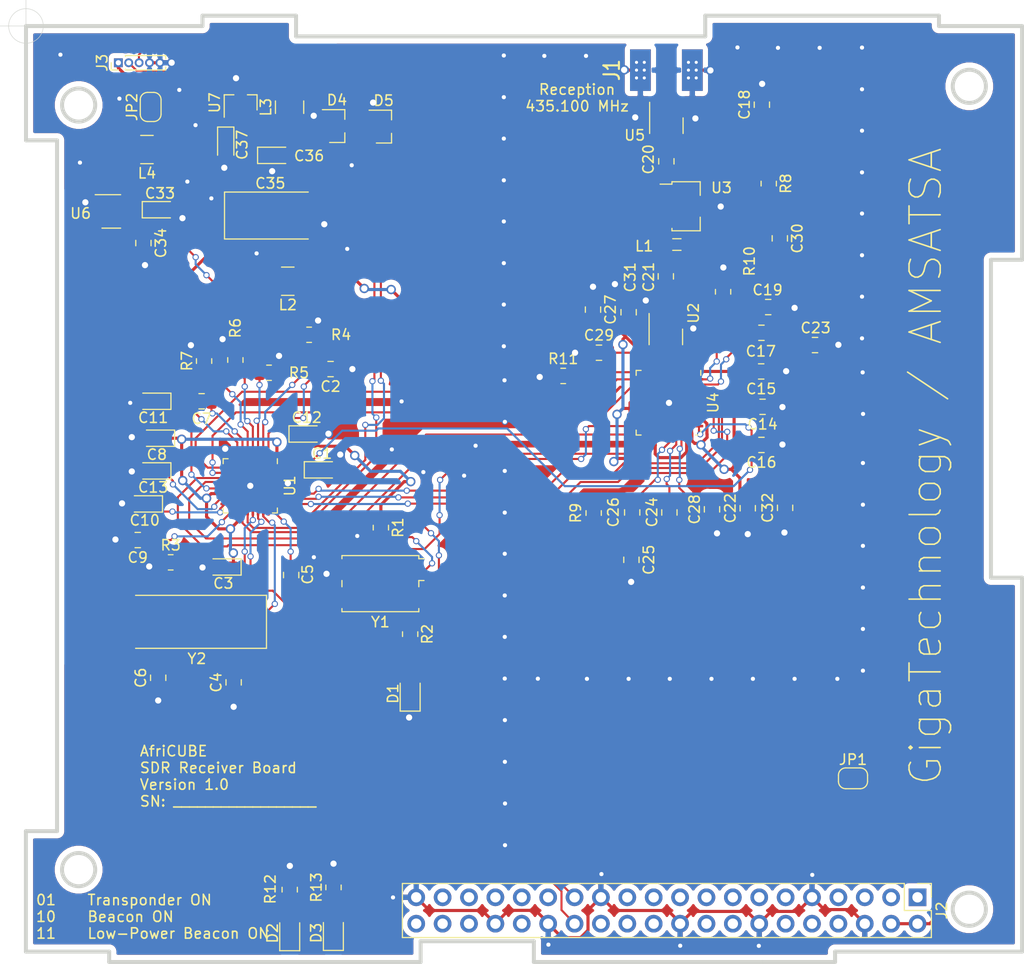
<source format=kicad_pcb>
(kicad_pcb (version 20171130) (host pcbnew 5.1.5+dfsg1-2build2)
  (title_block (title "AfriCUBE Satellite") (date 2021-02-03) (rev "Version 1.0") (company "GigaTechnology / AMSATSA") (comment 1 "Anton Janovsky  Shahn Pretorius") (comment 2 "SDR Receiver Board"))
  (layers (0 F.Cu signal) (31 B.Cu signal) (34 B.Paste user) (35 F.Paste user) (36 B.SilkS user) (37 F.SilkS user) (38 B.Mask user) (39 F.Mask user hide) (44 Edge.Cuts user))
  (net 0 "")
  (net 1 GND)
  (net 2 VDDI)
  (net 3 "Net-(C2-Pad2)")
  (net 4 VDIG)
  (net 5 "Net-(C4-Pad2)")
  (net 6 "Net-(C5-Pad2)")
  (net 7 REFCLK)
  (net 8 "Net-(C6-Pad2)")
  (net 9 "Net-(C7-Pad2)")
  (net 10 "Net-(C7-Pad1)")
  (net 11 "Net-(C9-Pad1)")
  (net 12 "Net-(C10-Pad1)")
  (net 13 "Net-(C11-Pad1)")
  (net 14 V18-SYNTH)
  (net 15 VRF)
  (net 16 "Net-(C17-Pad2)")
  (net 17 HFPORT)
  (net 18 "Net-(C21-Pad1)")
  (net 19 "Net-(D1-Pad2)")
  (net 20 USB_DM)
  (net 21 "Net-(R3-Pad2)")
  (net 22 VHF_120_250MHZ)
  (net 23 VHF_50_120MHZ)
  (net 24 "Net-(R1-Pad2)")
  (net 25 USB_DP)
  (net 26 I_IN_P)
  (net 27 I_IN_N)
  (net 28 Q_IN_P)
  (net 29 Q_IN_N)
  (net 30 SPI_LAT)
  (net 31 SPI_DATA)
  (net 32 SPI_CLK)
  (net 33 UHF_400_1000MHZ)
  (net 34 LNAND_IN)
  (net 35 LBAND-INB)
  (net 36 "Net-(R4-Pad1)")
  (net 37 "Net-(R5-Pad1)")
  (net 38 "Net-(R6-Pad1)")
  (net 39 "Net-(R7-Pad1)")
  (net 40 +5V)
  (net 41 "Net-(D2-Pad1)")
  (net 42 "Net-(D3-Pad1)")
  (net 43 "Net-(J2-Pad1)")
  (net 44 "Net-(J2-Pad3)")
  (net 45 "Net-(J2-Pad5)")
  (net 46 "Net-(J2-Pad7)")
  (net 47 "Net-(J2-Pad8)")
  (net 48 "Net-(J2-Pad10)")
  (net 49 "Net-(J2-Pad11)")
  (net 50 "Net-(J2-Pad12)")
  (net 51 "Net-(J2-Pad13)")
  (net 52 "Net-(J2-Pad15)")
  (net 53 "Net-(J2-Pad16)")
  (net 54 "Net-(J2-Pad17)")
  (net 55 "Net-(J2-Pad18)")
  (net 56 "Net-(J2-Pad19)")
  (net 57 "Net-(J2-Pad21)")
  (net 58 "Net-(J2-Pad22)")
  (net 59 "Net-(J2-Pad23)")
  (net 60 "Net-(J2-Pad24)")
  (net 61 "Net-(J2-Pad26)")
  (net 62 "Net-(J2-Pad29)")
  (net 63 "Net-(J2-Pad31)")
  (net 64 "Net-(J2-Pad32)")
  (net 65 "Net-(J2-Pad33)")
  (net 66 "Net-(J2-Pad35)")
  (net 67 "Net-(J2-Pad36)")
  (net 68 "Net-(J2-Pad37)")
  (net 69 "Net-(J2-Pad38)")
  (net 70 "Net-(J2-Pad40)")
  (net 71 UHF_AMP)
  (net 72 "Net-(C19-Pad2)")
  (net 73 "Net-(C20-Pad2)")
  (net 74 "Net-(C24-Pad2)")
  (net 75 "Net-(C24-Pad1)")
  (net 76 "Net-(C26-Pad1)")
  (net 77 "Net-(C29-Pad2)")
  (net 78 "Net-(C30-Pad2)")
  (net 79 "Net-(C31-Pad2)")
  (net 80 "Net-(C33-Pad1)")
  (net 81 "Net-(C34-Pad1)")
  (net 82 "Net-(C36-Pad1)")
  (net 83 "Net-(C37-Pad1)")
  (net 84 "Net-(D2-Pad2)")
  (net 85 "Net-(D3-Pad2)")
  (net 86 "Net-(L1-Pad2)")
  (net 87 UHF_400_1000MHZ_Filter)
  (net 88 "Net-(J3-Pad1)")
  (net 89 "Net-(J2-Pad2)")
  (net 90 "Net-(C20-Pad1)")
  (net 91 "Net-(U4-Pad5)")
  (net 92 "Net-(U4-Pad13)")
  (net 93 "Net-(U4-Pad16)")
  (net 94 "Net-(U4-Pad17)")
  (net 95 "Net-(U4-Pad37)")
  (net 96 "Net-(U4-Pad38)")
  (module Capacitor_SMD:C_0805_2012Metric (layer F.Cu) (at 142.5448 70.678 270)
    (fp_text reference C20 (at -0.193 1.7272 90) (layer F.SilkS))
    (fp_text value 1nF)
    (pad 2 smd roundrect (at 0.95 0 270) (size 1 1.45) (layers F.Cu F.Paste F.Mask) (net 73 "Net-(C20-Pad2)"))
    (pad 1 smd roundrect (at -0.95 0 270) (size 1 1.45) (layers F.Cu F.Paste F.Mask) (net 90 "Net-(C20-Pad1)"))
  )
  (module Package_DFN_QFN:DFN-6-1EP_3x3mm_P1mm_EP1.5x2.4mm (layer F.Cu) (at 142.5448 66.4972 270)
    (fp_text reference U5 (at 1.6764 3.048 180) (layer F.SilkS))
    (fp_text value B39431B3710U410)
    (pad 7 smd rect (at 0 0 270) (size 1.5 2.4) (layers F.Cu F.Mask))
    (pad 6 smd roundrect (at 1.45 -1 270) (size 0.8 0.4) (layers F.Cu F.Paste F.Mask) (net 1 GND))
    (pad 5 smd roundrect (at 1.45 0 270) (size 0.8 0.4) (layers F.Cu F.Paste F.Mask) (net 90 "Net-(C20-Pad1)"))
    (pad 4 smd roundrect (at 1.45 1 270) (size 0.8 0.4) (layers F.Cu F.Paste F.Mask) (net 1 GND))
    (pad 3 smd roundrect (at -1.45 1 270) (size 0.8 0.4) (layers F.Cu F.Paste F.Mask) (net 1 GND))
    (pad 2 smd roundrect (at -1.45 0 270) (size 0.8 0.4) (layers F.Cu F.Paste F.Mask) (net 71 UHF_AMP))
    (pad 1 smd roundrect (at -1.45 -1 270) (size 0.8 0.4) (layers F.Cu F.Paste F.Mask) (net 1 GND))
  )
  (module Inductor_SMD:L_1210_3225Metric (layer F.Cu) (at 92.5428 69.5452 180)
    (fp_text reference L4 (at 0 -2.28) (layer F.SilkS))
    (fp_text value 15uH)
    (pad 2 smd roundrect (at 1.4 0 180) (size 1.25 2.65) (layers F.Cu F.Paste F.Mask) (roundrect_rratio 0.2) (net 40 +5V))
    (pad 1 smd roundrect (at -1.4 0 180) (size 1.25 2.65) (layers F.Cu F.Paste F.Mask) (roundrect_rratio 0.2) (net 83 "Net-(C37-Pad1)"))
  )
  (module Inductor_SMD:L_1210_3225Metric (layer F.Cu) (at 106.2736 65.4664 90)
    (fp_text reference L3 (at 0 -2.28 90) (layer F.SilkS))
    (fp_text value 15uH)
    (pad 2 smd roundrect (at 1.4 0 90) (size 1.25 2.65) (layers F.Cu F.Paste F.Mask) (roundrect_rratio 0.2) (net 82 "Net-(C36-Pad1)"))
    (pad 1 smd roundrect (at -1.4 0 90) (size 1.25 2.65) (layers F.Cu F.Paste F.Mask) (roundrect_rratio 0.2) (net 4 VDIG))
  )
  (module Inductor_SMD:L_1210_3225Metric (layer F.Cu) (at 106.1001 82.2198 180)
    (fp_text reference L2 (at 0 -2.28) (layer F.SilkS))
    (fp_text value 15uH)
    (pad 2 smd roundrect (at 1.4 0 180) (size 1.25 2.65) (layers F.Cu F.Paste F.Mask) (roundrect_rratio 0.2) (net 80 "Net-(C33-Pad1)"))
    (pad 1 smd roundrect (at -1.4 0 180) (size 1.25 2.65) (layers F.Cu F.Paste F.Mask) (roundrect_rratio 0.2) (net 15 VRF))
  )
  (module Package_DFN_QFN:QFN-40-1EP_6x6mm_P0.5mm_EP4.6x4.6mm (layer F.Cu) (at 142.748 93.9165 270)
    (fp_text reference U4 (at 0 -4.3 90) (layer F.SilkS))
    (fp_text value msi001)
    (pad 1 smd roundrect (at -2.9375 -2.25 270) (size 0.825 0.25) (layers F.Cu F.Paste F.Mask) (net 15 VRF))
    (pad 2 smd roundrect (at -2.9375 -1.75 270) (size 0.825 0.25) (layers F.Cu F.Paste F.Mask) (net 15 VRF))
    (pad 3 smd roundrect (at -2.9375 -1.25 270) (size 0.825 0.25) (layers F.Cu F.Paste F.Mask) (net 22 VHF_120_250MHZ))
    (pad 4 smd roundrect (at -2.9375 -0.75 270) (size 0.825 0.25) (layers F.Cu F.Paste F.Mask) (net 78 "Net-(C30-Pad2)"))
    (pad 5 smd roundrect (at -2.9375 -0.25 270) (size 0.825 0.25) (layers F.Cu F.Paste F.Mask) (net 91 "Net-(U4-Pad5)"))
    (pad 6 smd roundrect (at -2.9375 0.25 270) (size 0.825 0.25) (layers F.Cu F.Paste F.Mask) (net 87 UHF_400_1000MHZ_Filter))
    (pad 7 smd roundrect (at -2.9375 0.75 270) (size 0.825 0.25) (layers F.Cu F.Paste F.Mask) (net 79 "Net-(C31-Pad2)"))
    (pad 8 smd roundrect (at -2.9375 1.25 270) (size 0.825 0.25) (layers F.Cu F.Paste F.Mask) (net 15 VRF))
    (pad 9 smd roundrect (at -2.9375 1.75 270) (size 0.825 0.25) (layers F.Cu F.Paste F.Mask) (net 77 "Net-(C29-Pad2)"))
    (pad 10 smd roundrect (at -2.9375 2.25 270) (size 0.825 0.25) (layers F.Cu F.Paste F.Mask) (net 23 VHF_50_120MHZ))
    (pad 11 smd roundrect (at -2.25 2.9375 270) (size 0.25 0.825) (layers F.Cu F.Paste F.Mask) (net 26 I_IN_P))
    (pad 12 smd roundrect (at -1.75 2.9375 270) (size 0.25 0.825) (layers F.Cu F.Paste F.Mask) (net 27 I_IN_N))
    (pad 13 smd roundrect (at -1.25 2.9375 270) (size 0.25 0.825) (layers F.Cu F.Paste F.Mask) (net 92 "Net-(U4-Pad13)"))
    (pad 14 smd roundrect (at -0.75 2.9375 270) (size 0.25 0.825) (layers F.Cu F.Paste F.Mask) (net 15 VRF))
    (pad 15 smd roundrect (at -0.25 2.9375 270) (size 0.25 0.825) (layers F.Cu F.Paste F.Mask) (net 15 VRF))
    (pad 16 smd roundrect (at 0.25 2.9375 270) (size 0.25 0.825) (layers F.Cu F.Paste F.Mask) (net 93 "Net-(U4-Pad16)"))
    (pad 17 smd roundrect (at 0.75 2.9375 270) (size 0.25 0.825) (layers F.Cu F.Paste F.Mask) (net 94 "Net-(U4-Pad17)"))
    (pad 18 smd roundrect (at 1.25 2.9375 270) (size 0.25 0.825) (layers F.Cu F.Paste F.Mask) (net 15 VRF))
    (pad 19 smd roundrect (at 1.75 2.9375 270) (size 0.25 0.825) (layers F.Cu F.Paste F.Mask) (net 15 VRF))
    (pad 20 smd roundrect (at 2.25 2.9375 270) (size 0.25 0.825) (layers F.Cu F.Paste F.Mask) (net 7 REFCLK))
    (pad 21 smd roundrect (at 2.9375 2.25 270) (size 0.825 0.25) (layers F.Cu F.Paste F.Mask) (net 29 Q_IN_N))
    (pad 22 smd roundrect (at 2.9375 1.75 270) (size 0.825 0.25) (layers F.Cu F.Paste F.Mask) (net 28 Q_IN_P))
    (pad 23 smd roundrect (at 2.9375 1.25 270) (size 0.825 0.25) (layers F.Cu F.Paste F.Mask) (net 15 VRF))
    (pad 24 smd roundrect (at 2.9375 0.75 270) (size 0.825 0.25) (layers F.Cu F.Paste F.Mask) (net 34 LNAND_IN))
    (pad 25 smd roundrect (at 2.9375 0.25 270) (size 0.825 0.25) (layers F.Cu F.Paste F.Mask) (net 35 LBAND-INB))
    (pad 26 smd roundrect (at 2.9375 -0.25 270) (size 0.825 0.25) (layers F.Cu F.Paste F.Mask) (net 76 "Net-(C26-Pad1)"))
    (pad 27 smd roundrect (at 2.9375 -0.75 270) (size 0.825 0.25) (layers F.Cu F.Paste F.Mask) (net 74 "Net-(C24-Pad2)"))
    (pad 28 smd roundrect (at 2.9375 -1.25 270) (size 0.825 0.25) (layers F.Cu F.Paste F.Mask) (net 75 "Net-(C24-Pad1)"))
    (pad 29 smd roundrect (at 2.9375 -1.75 270) (size 0.825 0.25) (layers F.Cu F.Paste F.Mask) (net 15 VRF))
    (pad 30 smd roundrect (at 2.9375 -2.25 270) (size 0.825 0.25) (layers F.Cu F.Paste F.Mask) (net 15 VRF))
    (pad 31 smd roundrect (at 2.25 -2.9375 270) (size 0.25 0.825) (layers F.Cu F.Paste F.Mask) (net 2 VDDI))
    (pad 32 smd roundrect (at 1.75 -2.9375 270) (size 0.25 0.825) (layers F.Cu F.Paste F.Mask) (net 15 VRF))
    (pad 33 smd roundrect (at 1.25 -2.9375 270) (size 0.25 0.825) (layers F.Cu F.Paste F.Mask) (net 30 SPI_LAT))
    (pad 34 smd roundrect (at 0.75 -2.9375 270) (size 0.25 0.825) (layers F.Cu F.Paste F.Mask) (net 32 SPI_CLK))
    (pad 35 smd roundrect (at 0.25 -2.9375 270) (size 0.25 0.825) (layers F.Cu F.Paste F.Mask) (net 31 SPI_DATA))
    (pad 36 smd roundrect (at -0.25 -2.9375 270) (size 0.25 0.825) (layers F.Cu F.Paste F.Mask) (net 15 VRF))
    (pad 37 smd roundrect (at -0.75 -2.9375 270) (size 0.25 0.825) (layers F.Cu F.Paste F.Mask) (net 95 "Net-(U4-Pad37)"))
    (pad 38 smd roundrect (at -1.25 -2.9375 270) (size 0.25 0.825) (layers F.Cu F.Paste F.Mask) (net 96 "Net-(U4-Pad38)"))
    (pad 39 smd roundrect (at -1.75 -2.9375 270) (size 0.25 0.825) (layers F.Cu F.Paste F.Mask) (net 16 "Net-(C17-Pad2)"))
    (pad 40 smd roundrect (at -2.25 -2.9375 270) (size 0.25 0.825) (layers F.Cu F.Paste F.Mask) (net 72 "Net-(C19-Pad2)"))
    (pad 41 smd rect (at 0 0 270) (size 4.6 4.6) (layers F.Cu F.Mask) (net 1 GND))
  )
  (module Package_TO_SOT_SMD:SOT-23-5 (layer F.Cu) (at 89.111 75.499)
    (fp_text reference U6 (at -2.9542 0.193) (layer F.SilkS))
    (fp_text value RT9193-28)
    (pad 5 smd rect (at 1.1 -0.95) (size 1.06 0.65) (layers F.Cu F.Paste F.Mask) (net 80 "Net-(C33-Pad1)"))
    (pad 4 smd rect (at 1.1 0.95) (size 1.06 0.65) (layers F.Cu F.Paste F.Mask) (net 81 "Net-(C34-Pad1)"))
    (pad 3 smd rect (at -1.1 0.95) (size 1.06 0.65) (layers F.Cu F.Paste F.Mask) (net 14 V18-SYNTH))
    (pad 2 smd rect (at -1.1 0) (size 1.06 0.65) (layers F.Cu F.Paste F.Mask) (net 1 GND))
    (pad 1 smd rect (at -1.1 -0.95) (size 1.06 0.65) (layers F.Cu F.Paste F.Mask) (net 83 "Net-(C37-Pad1)"))
  )
  (module Package_TO_SOT_SMD:SOT-23 (layer F.Cu) (at 101.5619 65.0334 90)
    (fp_text reference U7 (at 0 -2.5 90) (layer F.SilkS))
    (fp_text value AP7313-33SAG)
    (pad 3 smd rect (at 1 0 90) (size 0.9 0.8) (layers F.Cu F.Paste F.Mask) (net 1 GND))
    (pad 2 smd rect (at -1 0.95 90) (size 0.9 0.8) (layers F.Cu F.Paste F.Mask) (net 82 "Net-(C36-Pad1)"))
    (pad 1 smd rect (at -1 -0.95 90) (size 0.9 0.8) (layers F.Cu F.Paste F.Mask) (net 83 "Net-(C37-Pad1)"))
  )
  (module Crystal:Crystal_SMD_HC49-SD (layer F.Cu) (at 97.35 115.0112 180)
    (fp_text reference Y2 (at 0 -3.55) (layer F.SilkS))
    (fp_text value 24MHz)
    (pad 2 smd rect (at 4.25 0 180) (size 4.5 2) (layers F.Cu F.Paste F.Mask) (net 8 "Net-(C6-Pad2)"))
    (pad 1 smd rect (at -4.25 0 180) (size 4.5 2) (layers F.Cu F.Paste F.Mask) (net 5 "Net-(C4-Pad2)"))
  )
  (module Package_DFN_QFN:QFN-32-1EP_5x5mm_P0.5mm_EP3.1x3.1mm (layer F.Cu) (at 102.489 101.9175 270)
    (fp_text reference U1 (at 0 -3.82 90) (layer F.SilkS))
    (fp_text value msi2500)
    (pad 1 smd roundrect (at -2.4375 -1.75 270) (size 0.875 0.25) (layers F.Cu F.Paste F.Mask) (net 3 "Net-(C2-Pad2)"))
    (pad 2 smd roundrect (at -2.4375 -1.25 270) (size 0.875 0.25) (layers F.Cu F.Paste F.Mask) (net 36 "Net-(R4-Pad1)"))
    (pad 3 smd roundrect (at -2.4375 -0.75 270) (size 0.875 0.25) (layers F.Cu F.Paste F.Mask) (net 37 "Net-(R5-Pad1)"))
    (pad 4 smd roundrect (at -2.4375 -0.25 270) (size 0.875 0.25) (layers F.Cu F.Paste F.Mask) (net 38 "Net-(R6-Pad1)"))
    (pad 5 smd roundrect (at -2.4375 0.25 270) (size 0.875 0.25) (layers F.Cu F.Paste F.Mask) (net 39 "Net-(R7-Pad1)"))
    (pad 6 smd roundrect (at -2.4375 0.75 270) (size 0.875 0.25) (layers F.Cu F.Paste F.Mask) (net 10 "Net-(C7-Pad1)"))
    (pad 7 smd roundrect (at -2.4375 1.25 270) (size 0.875 0.25) (layers F.Cu F.Paste F.Mask) (net 9 "Net-(C7-Pad2)"))
    (pad 8 smd roundrect (at -2.4375 1.75 270) (size 0.875 0.25) (layers F.Cu F.Paste F.Mask) (net 1 GND))
    (pad 9 smd roundrect (at -1.75 2.4375 270) (size 0.25 0.875) (layers F.Cu F.Paste F.Mask) (net 26 I_IN_P))
    (pad 10 smd roundrect (at -1.25 2.4375 270) (size 0.25 0.875) (layers F.Cu F.Paste F.Mask) (net 27 I_IN_N))
    (pad 11 smd roundrect (at -0.75 2.4375 270) (size 0.25 0.875) (layers F.Cu F.Paste F.Mask) (net 28 Q_IN_P))
    (pad 12 smd roundrect (at -0.25 2.4375 270) (size 0.25 0.875) (layers F.Cu F.Paste F.Mask) (net 29 Q_IN_N))
    (pad 13 smd roundrect (at 0.25 2.4375 270) (size 0.25 0.875) (layers F.Cu F.Paste F.Mask) (net 13 "Net-(C11-Pad1)"))
    (pad 14 smd roundrect (at 0.75 2.4375 270) (size 0.25 0.875) (layers F.Cu F.Paste F.Mask) (net 4 VDIG))
    (pad 15 smd roundrect (at 1.25 2.4375 270) (size 0.25 0.875) (layers F.Cu F.Paste F.Mask) (net 14 V18-SYNTH))
    (pad 16 smd roundrect (at 1.75 2.4375 270) (size 0.25 0.875) (layers F.Cu F.Paste F.Mask) (net 12 "Net-(C10-Pad1)"))
    (pad 17 smd roundrect (at 2.4375 1.75 270) (size 0.875 0.25) (layers F.Cu F.Paste F.Mask) (net 11 "Net-(C9-Pad1)"))
    (pad 18 smd roundrect (at 2.4375 1.25 270) (size 0.875 0.25) (layers F.Cu F.Paste F.Mask) (net 4 VDIG))
    (pad 19 smd roundrect (at 2.4375 0.75 270) (size 0.875 0.25) (layers F.Cu F.Paste F.Mask) (net 25 USB_DP))
    (pad 20 smd roundrect (at 2.4375 0.25 270) (size 0.875 0.25) (layers F.Cu F.Paste F.Mask) (net 20 USB_DM))
    (pad 21 smd roundrect (at 2.4375 -0.25 270) (size 0.875 0.25) (layers F.Cu F.Paste F.Mask) (net 21 "Net-(R3-Pad2)"))
    (pad 22 smd roundrect (at 2.4375 -0.75 270) (size 0.875 0.25) (layers F.Cu F.Paste F.Mask) (net 8 "Net-(C6-Pad2)"))
    (pad 23 smd roundrect (at 2.4375 -1.25 270) (size 0.875 0.25) (layers F.Cu F.Paste F.Mask) (net 5 "Net-(C4-Pad2)"))
    (pad 24 smd roundrect (at 2.4375 -1.75 270) (size 0.875 0.25) (layers F.Cu F.Paste F.Mask) (net 6 "Net-(C5-Pad2)"))
    (pad 25 smd roundrect (at 1.75 -2.4375 270) (size 0.25 0.875) (layers F.Cu F.Paste F.Mask) (net 30 SPI_LAT))
    (pad 26 smd roundrect (at 1.25 -2.4375 270) (size 0.25 0.875) (layers F.Cu F.Paste F.Mask) (net 31 SPI_DATA))
    (pad 27 smd roundrect (at 0.75 -2.4375 270) (size 0.25 0.875) (layers F.Cu F.Paste F.Mask) (net 32 SPI_CLK))
    (pad 28 smd roundrect (at 0.25 -2.4375 270) (size 0.25 0.875) (layers F.Cu F.Paste F.Mask) (net 1 GND))
    (pad 29 smd roundrect (at -0.25 -2.4375 270) (size 0.25 0.875) (layers F.Cu F.Paste F.Mask) (net 1 GND))
    (pad 30 smd roundrect (at -0.75 -2.4375 270) (size 0.25 0.875) (layers F.Cu F.Paste F.Mask) (net 1 GND))
    (pad 31 smd roundrect (at -1.25 -2.4375 270) (size 0.25 0.875) (layers F.Cu F.Paste F.Mask) (net 2 VDDI))
    (pad 32 smd roundrect (at -1.75 -2.4375 270) (size 0.25 0.875) (layers F.Cu F.Paste F.Mask) (net 4 VDIG))
    (pad 33 smd rect (at 0 0 270) (size 3.1 3.1) (layers F.Cu F.Mask) (net 1 GND))
  )
  (module Crystal:Crystal_SMD_7050-4Pin_7.0x5.0mm (layer F.Cu) (at 115.0148 111.332 180)
    (fp_text reference Y1 (at 0 -3.7) (layer F.SilkS))
    (fp_text value 24MHZ)
    (pad 4 smd rect (at -2.95 -1.35 180) (size 2.1 1.7) (layers F.Cu F.Paste F.Mask) (net 4 VDIG))
    (pad 3 smd rect (at 2.95 -1.35 180) (size 2.1 1.7) (layers F.Cu F.Paste F.Mask) (net 8 "Net-(C6-Pad2)"))
    (pad 2 smd rect (at 2.95 1.35 180) (size 2.1 1.7) (layers F.Cu F.Paste F.Mask) (net 1 GND))
    (pad 1 smd rect (at -2.95 1.35 180) (size 2.1 1.7) (layers F.Cu F.Paste F.Mask) (net 24 "Net-(R1-Pad2)"))
  )
  (module Capacitor_SMD:C_0805_2012Metric (layer F.Cu) (at 146.939 104.1806 90)
    (fp_text reference C28 (at 0 -1.68 90) (layer F.SilkS))
    (fp_text value 10nF)
    (pad 2 smd roundrect (at 0.95 0 90) (size 1 1.45) (layers F.Cu F.Paste F.Mask) (net 15 VRF))
    (pad 1 smd roundrect (at -0.95 0 90) (size 1 1.45) (layers F.Cu F.Paste F.Mask) (net 1 GND))
  )
  (module Resistor_SMD:R_0805_2012Metric (layer F.Cu) (at 148.0058 83.2377 90)
    (fp_text reference R10 (at 2.9445 2.54 90) (layer F.SilkS))
    (fp_text value 50)
    (pad 2 smd roundrect (at 0.9125 0 90) (size 1.025 1.4) (layers F.Cu F.Paste F.Mask) (roundrect_rratio 0.2439004878048781) (net 1 GND))
    (pad 1 smd roundrect (at -0.9125 0 90) (size 1.025 1.4) (layers F.Cu F.Paste F.Mask) (roundrect_rratio 0.2439004878048781) (net 22 VHF_120_250MHZ))
  )
  (module Resistor_SMD:R_0805_2012Metric (layer F.Cu) (at 135.5471 104.5356 90)
    (fp_text reference R9 (at 0.0019 -1.7272 90) (layer F.SilkS))
    (fp_text value 390)
    (pad 2 smd roundrect (at 0.9125 0 90) (size 1.025 1.4) (layers F.Cu F.Paste F.Mask) (roundrect_rratio 0.2439004878048781) (net 76 "Net-(C26-Pad1)"))
    (pad 1 smd roundrect (at -0.9125 0 90) (size 1.025 1.4) (layers F.Cu F.Paste F.Mask) (roundrect_rratio 0.2439004878048781) (net 75 "Net-(C24-Pad1)"))
  )
  (module Resistor_SMD:R_0805_2012Metric (layer F.Cu) (at 152.4 72.8218 270)
    (fp_text reference R8 (at 0 -1.65 90) (layer F.SilkS))
    (fp_text value 50)
    (pad 2 smd roundrect (at 0.9125 0 270) (size 1.025 1.4) (layers F.Cu F.Paste F.Mask) (roundrect_rratio 0.2439004878048781) (net 86 "Net-(L1-Pad2)"))
    (pad 1 smd roundrect (at -0.9125 0 270) (size 1.025 1.4) (layers F.Cu F.Paste F.Mask) (roundrect_rratio 0.2439004878048781) (net 40 +5V))
  )
  (module Resistor_SMD:R_0805_2012Metric (layer F.Cu) (at 98.044 89.9052 90)
    (fp_text reference R7 (at 0 -1.65 90) (layer F.SilkS))
    (fp_text value 10K)
    (pad 2 smd roundrect (at 0.9125 0 90) (size 1.025 1.4) (layers F.Cu F.Paste F.Mask) (roundrect_rratio 0.2439004878048781) (net 1 GND))
    (pad 1 smd roundrect (at -0.9125 0 90) (size 1.025 1.4) (layers F.Cu F.Paste F.Mask) (roundrect_rratio 0.2439004878048781) (net 39 "Net-(R7-Pad1)"))
  )
  (module Resistor_SMD:R_0805_2012Metric (layer F.Cu) (at 101.0539 89.8036 90)
    (fp_text reference R6 (at 3.0715 0 90) (layer F.SilkS))
    (fp_text value 10K)
    (pad 2 smd roundrect (at 0.9125 0 90) (size 1.025 1.4) (layers F.Cu F.Paste F.Mask) (roundrect_rratio 0.2439004878048781) (net 1 GND))
    (pad 1 smd roundrect (at -0.9125 0 90) (size 1.025 1.4) (layers F.Cu F.Paste F.Mask) (roundrect_rratio 0.2439004878048781) (net 38 "Net-(R6-Pad1)"))
  )
  (module Resistor_SMD:R_0805_2012Metric (layer F.Cu) (at 104.2943 91.0336)
    (fp_text reference R5 (at 2.881 0) (layer F.SilkS))
    (fp_text value 10K)
    (pad 2 smd roundrect (at 0.9125 0) (size 1.025 1.4) (layers F.Cu F.Paste F.Mask) (roundrect_rratio 0.2439004878048781) (net 1 GND))
    (pad 1 smd roundrect (at -0.9125 0) (size 1.025 1.4) (layers F.Cu F.Paste F.Mask) (roundrect_rratio 0.2439004878048781) (net 37 "Net-(R5-Pad1)"))
  )
  (module Resistor_SMD:R_0805_2012Metric (layer F.Cu) (at 108.1551 87.376)
    (fp_text reference R4 (at 3.0715 0) (layer F.SilkS))
    (fp_text value 10K)
    (pad 2 smd roundrect (at 0.9125 0) (size 1.025 1.4) (layers F.Cu F.Paste F.Mask) (roundrect_rratio 0.2439004878048781) (net 1 GND))
    (pad 1 smd roundrect (at -0.9125 0) (size 1.025 1.4) (layers F.Cu F.Paste F.Mask) (roundrect_rratio 0.2439004878048781) (net 36 "Net-(R4-Pad1)"))
  )
  (module Resistor_SMD:R_0805_2012Metric (layer F.Cu) (at 94.829 109.2835)
    (fp_text reference R3 (at 0 -1.65) (layer F.SilkS))
    (fp_text value 510R)
    (pad 2 smd roundrect (at 0.9125 0) (size 1.025 1.4) (layers F.Cu F.Paste F.Mask) (roundrect_rratio 0.2439004878048781) (net 21 "Net-(R3-Pad2)"))
    (pad 1 smd roundrect (at -0.9125 0) (size 1.025 1.4) (layers F.Cu F.Paste F.Mask) (roundrect_rratio 0.2439004878048781) (net 1 GND))
  )
  (module Resistor_SMD:R_0805_2012Metric (layer F.Cu) (at 117.8814 116.1942 270)
    (fp_text reference R2 (at 0 -1.65 90) (layer F.SilkS))
    (fp_text value 512)
    (pad 2 smd roundrect (at 0.9125 0 270) (size 1.025 1.4) (layers F.Cu F.Paste F.Mask) (roundrect_rratio 0.2439004878048781) (net 19 "Net-(D1-Pad2)"))
    (pad 1 smd roundrect (at -0.9125 0 270) (size 1.025 1.4) (layers F.Cu F.Paste F.Mask) (roundrect_rratio 0.2439004878048781) (net 4 VDIG))
  )
  (module Capacitor_SMD:C_0805_2012Metric (layer F.Cu) (at 138.9126 85.2068 270)
    (fp_text reference C31 (at -3.368 -0.1524 90) (layer F.SilkS))
    (fp_text value 10nF)
    (pad 2 smd roundrect (at 0.95 0 270) (size 1 1.45) (layers F.Cu F.Paste F.Mask) (net 79 "Net-(C31-Pad2)"))
    (pad 1 smd roundrect (at -0.95 0 270) (size 1 1.45) (layers F.Cu F.Paste F.Mask) (net 1 GND))
  )
  (module Capacitor_SMD:C_0805_2012Metric (layer F.Cu) (at 136.0576 89.1032)
    (fp_text reference C29 (at 0 -1.68) (layer F.SilkS))
    (fp_text value 10nF)
    (pad 2 smd roundrect (at 0.95 0) (size 1 1.45) (layers F.Cu F.Paste F.Mask) (net 77 "Net-(C29-Pad2)"))
    (pad 1 smd roundrect (at -0.95 0) (size 1 1.45) (layers F.Cu F.Paste F.Mask) (net 1 GND))
  )
  (module Capacitor_SMD:C_0805_2012Metric (layer F.Cu) (at 135.4836 84.9528 270)
    (fp_text reference C27 (at 0 -1.68 90) (layer F.SilkS))
    (fp_text value 10nF)
    (pad 2 smd roundrect (at 0.95 0 270) (size 1 1.45) (layers F.Cu F.Paste F.Mask) (net 15 VRF))
    (pad 1 smd roundrect (at -0.95 0 270) (size 1 1.45) (layers F.Cu F.Paste F.Mask) (net 1 GND))
  )
  (module Capacitor_SMD:C_0805_2012Metric (layer F.Cu) (at 139.2555 104.4804 270)
    (fp_text reference C26 (at -0.0229 1.8161 90) (layer F.SilkS))
    (fp_text value 33nF)
    (pad 2 smd roundrect (at 0.95 0 270) (size 1 1.45) (layers F.Cu F.Paste F.Mask) (net 74 "Net-(C24-Pad2)"))
    (pad 1 smd roundrect (at -0.95 0 270) (size 1 1.45) (layers F.Cu F.Paste F.Mask) (net 76 "Net-(C26-Pad1)"))
  )
  (module Capacitor_SMD:C_0805_2012Metric (layer F.Cu) (at 139.1793 109.0397 270)
    (fp_text reference C25 (at 0 -1.68 90) (layer F.SilkS))
    (fp_text value 10nF)
    (pad 2 smd roundrect (at 0.95 0 270) (size 1 1.45) (layers F.Cu F.Paste F.Mask) (net 1 GND))
    (pad 1 smd roundrect (at -0.95 0 270) (size 1 1.45) (layers F.Cu F.Paste F.Mask) (net 75 "Net-(C24-Pad1)"))
  )
  (module Capacitor_SMD:C_0805_2012Metric (layer F.Cu) (at 142.8369 104.4804 90)
    (fp_text reference C24 (at 0.0229 -1.6764 90) (layer F.SilkS))
    (fp_text value 6800pF)
    (pad 2 smd roundrect (at 0.95 0 90) (size 1 1.45) (layers F.Cu F.Paste F.Mask) (net 74 "Net-(C24-Pad2)"))
    (pad 1 smd roundrect (at -0.95 0 90) (size 1 1.45) (layers F.Cu F.Paste F.Mask) (net 75 "Net-(C24-Pad1)"))
  )
  (module Capacitor_SMD:C_0805_2012Metric (layer F.Cu) (at 156.8552 88.3666 180)
    (fp_text reference C23 (at -0.061 1.651) (layer F.SilkS))
    (fp_text value 10nF)
    (pad 2 smd roundrect (at 0.95 0 180) (size 1 1.45) (layers F.Cu F.Paste F.Mask) (net 15 VRF))
    (pad 1 smd roundrect (at -0.95 0 180) (size 1 1.45) (layers F.Cu F.Paste F.Mask) (net 1 GND))
  )
  (module Capacitor_SMD:C_0805_2012Metric (layer F.Cu) (at 150.3807 104.074 90)
    (fp_text reference C22 (at 0 -1.68 90) (layer F.SilkS))
    (fp_text value 10nF)
    (pad 2 smd roundrect (at 0.95 0 90) (size 1 1.45) (layers F.Cu F.Paste F.Mask) (net 15 VRF))
    (pad 1 smd roundrect (at -0.95 0 90) (size 1 1.45) (layers F.Cu F.Paste F.Mask) (net 1 GND))
  )
  (module Capacitor_SMD:C_0805_2012Metric (layer F.Cu) (at 142.494 81.7524 270)
    (fp_text reference C21 (at 0.066 1.651 90) (layer F.SilkS))
    (fp_text value 1nF)
    (pad 2 smd roundrect (at 0.95 0 270) (size 1 1.45) (layers F.Cu F.Paste F.Mask) (net 33 UHF_400_1000MHZ))
    (pad 1 smd roundrect (at -0.95 0 270) (size 1 1.45) (layers F.Cu F.Paste F.Mask) (net 18 "Net-(C21-Pad1)"))
  )
  (module Capacitor_SMD:C_0805_2012Metric (layer F.Cu) (at 152.3492 84.709 180)
    (fp_text reference C19 (at 0.061 1.651) (layer F.SilkS))
    (fp_text value 100nF)
    (pad 2 smd roundrect (at 0.95 0 180) (size 1 1.45) (layers F.Cu F.Paste F.Mask) (net 72 "Net-(C19-Pad2)"))
    (pad 1 smd roundrect (at -0.95 0 180) (size 1 1.45) (layers F.Cu F.Paste F.Mask) (net 1 GND))
  )
  (module Capacitor_SMD:C_0805_2012Metric (layer F.Cu) (at 151.7396 65.2272 90)
    (fp_text reference C18 (at 0 -1.68 90) (layer F.SilkS))
    (fp_text value 1nF)
    (pad 2 smd roundrect (at 0.95 0 90) (size 1 1.45) (layers F.Cu F.Paste F.Mask) (net 1 GND))
    (pad 1 smd roundrect (at -0.95 0 90) (size 1 1.45) (layers F.Cu F.Paste F.Mask) (net 40 +5V))
  )
  (module Capacitor_SMD:C_0805_2012Metric (layer F.Cu) (at 151.699 87.1855 180)
    (fp_text reference C17 (at 0.061 -1.778) (layer F.SilkS))
    (fp_text value 100nF)
    (pad 2 smd roundrect (at 0.95 0 180) (size 1 1.45) (layers F.Cu F.Paste F.Mask) (net 16 "Net-(C17-Pad2)"))
    (pad 1 smd roundrect (at -0.95 0 180) (size 1 1.45) (layers F.Cu F.Paste F.Mask) (net 17 HFPORT))
  )
  (module Capacitor_SMD:C_0805_2012Metric (layer F.Cu) (at 151.699 97.9805 180)
    (fp_text reference C16 (at 0 -1.68) (layer F.SilkS))
    (fp_text value 10nF)
    (pad 2 smd roundrect (at 0.95 0 180) (size 1 1.45) (layers F.Cu F.Paste F.Mask) (net 2 VDDI))
    (pad 1 smd roundrect (at -0.95 0 180) (size 1 1.45) (layers F.Cu F.Paste F.Mask) (net 1 GND))
  )
  (module Capacitor_SMD:C_0805_2012Metric (layer F.Cu) (at 151.6736 90.9066 180)
    (fp_text reference C15 (at 0 -1.68) (layer F.SilkS))
    (fp_text value 10nF)
    (pad 2 smd roundrect (at 0.95 0 180) (size 1 1.45) (layers F.Cu F.Paste F.Mask) (net 15 VRF))
    (pad 1 smd roundrect (at -0.95 0 180) (size 1 1.45) (layers F.Cu F.Paste F.Mask) (net 1 GND))
  )
  (module Capacitor_SMD:C_0805_2012Metric (layer F.Cu) (at 151.8056 94.3102 180)
    (fp_text reference C14 (at 0 -1.68) (layer F.SilkS))
    (fp_text value 1uF)
    (pad 2 smd roundrect (at 0.95 0 180) (size 1 1.45) (layers F.Cu F.Paste F.Mask) (net 15 VRF))
    (pad 1 smd roundrect (at -0.95 0 180) (size 1 1.45) (layers F.Cu F.Paste F.Mask) (net 1 GND))
  )
  (module Capacitor_SMD:C_0805_2012Metric (layer F.Cu) (at 91.6584 107.1372 180)
    (fp_text reference C9 (at 0 -1.68) (layer F.SilkS))
    (fp_text value 1UF)
    (pad 2 smd roundrect (at 0.95 0 180) (size 1 1.45) (layers F.Cu F.Paste F.Mask) (net 1 GND))
    (pad 1 smd roundrect (at -0.95 0 180) (size 1 1.45) (layers F.Cu F.Paste F.Mask) (net 11 "Net-(C9-Pad1)"))
  )
  (module Capacitor_SMD:C_0805_2012Metric (layer F.Cu) (at 97.8052 93.7768 180)
    (fp_text reference C7 (at 0 -1.68) (layer F.SilkS))
    (fp_text value 10nF)
    (pad 2 smd roundrect (at 0.95 0 180) (size 1 1.45) (layers F.Cu F.Paste F.Mask) (net 9 "Net-(C7-Pad2)"))
    (pad 1 smd roundrect (at -0.95 0 180) (size 1 1.45) (layers F.Cu F.Paste F.Mask) (net 10 "Net-(C7-Pad1)"))
  )
  (module Capacitor_SMD:C_0805_2012Metric (layer F.Cu) (at 93.6244 120.396 90)
    (fp_text reference C6 (at 0 -1.68 90) (layer F.SilkS))
    (fp_text value 15pF)
    (pad 2 smd roundrect (at 0.95 0 90) (size 1 1.45) (layers F.Cu F.Paste F.Mask) (net 8 "Net-(C6-Pad2)"))
    (pad 1 smd roundrect (at -0.95 0 90) (size 1 1.45) (layers F.Cu F.Paste F.Mask) (net 1 GND))
  )
  (module Capacitor_SMD:C_0805_2012Metric (layer F.Cu) (at 106.426 110.5052 90)
    (fp_text reference C5 (at 0.066 1.5875 90) (layer F.SilkS))
    (fp_text value 10nF)
    (pad 2 smd roundrect (at 0.95 0 90) (size 1 1.45) (layers F.Cu F.Paste F.Mask) (net 6 "Net-(C5-Pad2)"))
    (pad 1 smd roundrect (at -0.95 0 90) (size 1 1.45) (layers F.Cu F.Paste F.Mask) (net 7 REFCLK))
  )
  (module Capacitor_SMD:C_0805_2012Metric (layer F.Cu) (at 100.8888 120.838 90)
    (fp_text reference C4 (at 0 -1.68 90) (layer F.SilkS))
    (fp_text value 15pF)
    (pad 2 smd roundrect (at 0.95 0 90) (size 1 1.45) (layers F.Cu F.Paste F.Mask) (net 5 "Net-(C4-Pad2)"))
    (pad 1 smd roundrect (at -0.95 0 90) (size 1 1.45) (layers F.Cu F.Paste F.Mask) (net 1 GND))
  )
  (module Capacitor_SMD:C_0805_2012Metric (layer F.Cu) (at 110.2208 90.678 180)
    (fp_text reference C2 (at 0 -1.68) (layer F.SilkS))
    (fp_text value 1UF)
    (pad 2 smd roundrect (at 0.95 0 180) (size 1 1.45) (layers F.Cu F.Paste F.Mask) (net 3 "Net-(C2-Pad2)"))
    (pad 1 smd roundrect (at -0.95 0 180) (size 1 1.45) (layers F.Cu F.Paste F.Mask) (net 1 GND))
  )
  (module Resistor_SMD:R_0805_2012Metric (layer F.Cu) (at 115.062 105.9415 270)
    (fp_text reference R1 (at 0 -1.65 90) (layer F.SilkS))
    (fp_text value 10K)
    (pad 1 smd roundrect (at -0.9125 0 270) (size 1.025 1.4) (layers F.Cu F.Paste F.Mask) (roundrect_rratio 0.2439004878048781) (net 4 VDIG))
    (pad 2 smd roundrect (at 0.9125 0 270) (size 1.025 1.4) (layers F.Cu F.Paste F.Mask) (roundrect_rratio 0.2439004878048781) (net 24 "Net-(R1-Pad2)"))
  )
  (module LED_SMD:LED_0805_2012Metric (layer F.Cu) (at 117.8814 121.9177 90)
    (fp_text reference D1 (at 0 -1.65 90) (layer F.SilkS))
    (fp_text value LED)
    (pad 1 smd roundrect (at -0.9375 0 90) (size 0.975 1.4) (layers F.Cu F.Paste F.Mask) (net 1 GND))
    (pad 2 smd roundrect (at 0.9375 0 90) (size 0.975 1.4) (layers F.Cu F.Paste F.Mask) (net 19 "Net-(D1-Pad2)"))
  )
  (module Package_DFN_QFN:DFN-6-1EP_3x3mm_P1mm_EP1.5x2.4mm (layer F.Cu) (at 142.494 86.8299 270)
    (fp_text reference U2 (at -1.5367 -2.667 90) (layer F.SilkS))
    (fp_text value B39431B3710U410)
    (pad 1 smd roundrect (at -1.45 -1 270) (size 0.8 0.4) (layers F.Cu F.Paste F.Mask) (net 1 GND))
    (pad 2 smd roundrect (at -1.45 0 270) (size 0.8 0.4) (layers F.Cu F.Paste F.Mask) (net 33 UHF_400_1000MHZ))
    (pad 3 smd roundrect (at -1.45 1 270) (size 0.8 0.4) (layers F.Cu F.Paste F.Mask) (net 1 GND))
    (pad 4 smd roundrect (at 1.45 1 270) (size 0.8 0.4) (layers F.Cu F.Paste F.Mask) (net 1 GND))
    (pad 5 smd roundrect (at 1.45 0 270) (size 0.8 0.4) (layers F.Cu F.Paste F.Mask) (net 87 UHF_400_1000MHZ_Filter))
    (pad 6 smd roundrect (at 1.45 -1 270) (size 0.8 0.4) (layers F.Cu F.Paste F.Mask) (net 1 GND))
    (pad 7 smd rect (at 0 0 270) (size 1.5 2.4) (layers F.Cu F.Mask))
  )
  (module Capacitor_Tantalum_SMD:CP_EIA-2012-12_Kemet-R (layer F.Cu) (at 109.3993 100.3808)
    (fp_text reference C1 (at 0 -1.58) (layer F.SilkS))
    (fp_text value CP)
    (pad 2 smd roundrect (at 0.8875 0) (size 1.125 1.05) (layers F.Cu F.Paste F.Mask) (roundrect_rratio 0.2380942857142857) (net 1 GND))
    (pad 1 smd roundrect (at -0.8875 0) (size 1.125 1.05) (layers F.Cu F.Paste F.Mask) (roundrect_rratio 0.2380942857142857) (net 2 VDDI))
  )
  (module Capacitor_Tantalum_SMD:CP_EIA-2012-12_Kemet-R (layer F.Cu) (at 99.8997 109.728 180)
    (fp_text reference C3 (at 0 -1.58) (layer F.SilkS))
    (fp_text value CP)
    (pad 1 smd roundrect (at -0.8875 0 180) (size 1.125 1.05) (layers F.Cu F.Paste F.Mask) (roundrect_rratio 0.2380942857142857) (net 4 VDIG))
    (pad 2 smd roundrect (at 0.8875 0 180) (size 1.125 1.05) (layers F.Cu F.Paste F.Mask) (roundrect_rratio 0.2380942857142857) (net 1 GND))
  )
  (module Capacitor_Tantalum_SMD:CP_EIA-2012-12_Kemet-R (layer F.Cu) (at 93.4959 97.3328 180)
    (fp_text reference C8 (at 0 -1.58) (layer F.SilkS))
    (fp_text value CP)
    (pad 2 smd roundrect (at 0.8875 0 180) (size 1.125 1.05) (layers F.Cu F.Paste F.Mask) (roundrect_rratio 0.2380942857142857) (net 1 GND))
    (pad 1 smd roundrect (at -0.8875 0 180) (size 1.125 1.05) (layers F.Cu F.Paste F.Mask) (roundrect_rratio 0.2380942857142857) (net 4 VDIG))
  )
  (module Capacitor_Tantalum_SMD:CP_EIA-2012-12_Kemet-R (layer F.Cu) (at 92.329 103.6574 180)
    (fp_text reference C10 (at 0 -1.58) (layer F.SilkS))
    (fp_text value CP)
    (pad 1 smd roundrect (at -0.8875 0 180) (size 1.125 1.05) (layers F.Cu F.Paste F.Mask) (roundrect_rratio 0.2380942857142857) (net 12 "Net-(C10-Pad1)"))
    (pad 2 smd roundrect (at 0.8875 0 180) (size 1.125 1.05) (layers F.Cu F.Paste F.Mask) (roundrect_rratio 0.2380942857142857) (net 1 GND))
  )
  (module Capacitor_Tantalum_SMD:CP_EIA-2012-12_Kemet-R (layer F.Cu) (at 93.1433 93.7768 180)
    (fp_text reference C11 (at 0 -1.58) (layer F.SilkS))
    (fp_text value CP)
    (pad 2 smd roundrect (at 0.8875 0 180) (size 1.125 1.05) (layers F.Cu F.Paste F.Mask) (roundrect_rratio 0.2380942857142857) (net 1 GND))
    (pad 1 smd roundrect (at -0.8875 0 180) (size 1.125 1.05) (layers F.Cu F.Paste F.Mask) (roundrect_rratio 0.2380942857142857) (net 13 "Net-(C11-Pad1)"))
  )
  (module Capacitor_Tantalum_SMD:CP_EIA-2012-12_Kemet-R (layer F.Cu) (at 107.9261 96.9264)
    (fp_text reference C12 (at 0 -1.58) (layer F.SilkS))
    (fp_text value CP)
    (pad 1 smd roundrect (at -0.8875 0) (size 1.125 1.05) (layers F.Cu F.Paste F.Mask) (roundrect_rratio 0.2380942857142857) (net 4 VDIG))
    (pad 2 smd roundrect (at 0.8875 0) (size 1.125 1.05) (layers F.Cu F.Paste F.Mask) (roundrect_rratio 0.2380942857142857) (net 1 GND))
  )
  (module Capacitor_Tantalum_SMD:CP_EIA-2012-12_Kemet-R (layer F.Cu) (at 93.1403 100.4824 180)
    (fp_text reference C13 (at 0 -1.58) (layer F.SilkS))
    (fp_text value CP)
    (pad 2 smd roundrect (at 0.8875 0 180) (size 1.125 1.05) (layers F.Cu F.Paste F.Mask) (roundrect_rratio 0.2380942857142857) (net 1 GND))
    (pad 1 smd roundrect (at -0.8875 0 180) (size 1.125 1.05) (layers F.Cu F.Paste F.Mask) (roundrect_rratio 0.2380942857142857) (net 14 V18-SYNTH))
  )
  (module Capacitor_Tantalum_SMD:CP_EIA-2012-12_Kemet-R (layer F.Cu) (at 93.8022 75.3364)
    (fp_text reference C33 (at 0 -1.58) (layer F.SilkS))
    (fp_text value 10uF)
    (pad 2 smd roundrect (at 0.8875 0) (size 1.125 1.05) (layers F.Cu F.Paste F.Mask) (roundrect_rratio 0.2380942857142857) (net 1 GND))
    (pad 1 smd roundrect (at -0.8875 0) (size 1.125 1.05) (layers F.Cu F.Paste F.Mask) (roundrect_rratio 0.2380942857142857) (net 80 "Net-(C33-Pad1)"))
  )
  (module Package_TO_SOT_SMD:SOT-23 (layer F.Cu) (at 110.8329 67.2846)
    (fp_text reference D4 (at 0 -2.5) (layer F.SilkS))
    (fp_text value BAV99LT1G)
    (pad 1 smd rect (at -1 -0.95) (size 0.9 0.8) (layers F.Cu F.Paste F.Mask) (net 1 GND))
    (pad 2 smd rect (at -1 0.95) (size 0.9 0.8) (layers F.Cu F.Paste F.Mask) (net 4 VDIG))
    (pad 3 smd rect (at 1 0) (size 0.9 0.8) (layers F.Cu F.Paste F.Mask) (net 25 USB_DP))
  )
  (module Package_TO_SOT_SMD:SOT-23 (layer F.Cu) (at 115.3287 67.3354)
    (fp_text reference D5 (at 0 -2.5) (layer F.SilkS))
    (fp_text value BAV99LT1G)
    (pad 3 smd rect (at 1 0) (size 0.9 0.8) (layers F.Cu F.Paste F.Mask) (net 20 USB_DM))
    (pad 2 smd rect (at -1 0.95) (size 0.9 0.8) (layers F.Cu F.Paste F.Mask) (net 4 VDIG))
    (pad 1 smd rect (at -1 -0.95) (size 0.9 0.8) (layers F.Cu F.Paste F.Mask) (net 1 GND))
  )
  (module sma:SMA_OPL_EMPTYHEAD (layer F.Cu) (at 142.5448 59.3998 270)
    (fp_text reference J1 (at 2.5 5.25 90) (layer F.SilkS) (effects (font (size 1.5 1.2) (thickness 0.2))))
    (fp_text value SMA_UHF hide)
    (pad 1 smd rect (at 2.5 0 270) (size 4 1.25) (layers F.Cu F.Mask) (net 71 UHF_AMP))
    (pad 2 smd rect (at 2.5 2.5 270) (size 4 2) (layers F&B.Cu *.Mask) (net 1 GND))
    (pad 2 thru_hole circle (at 1.75 2.875 270) (size 0.4 0.4) (drill 0.3) (layers *.Cu) (net 1 GND))
    (pad 2 thru_hole circle (at 1.75 2.125 270) (size 0.4 0.4) (drill 0.3) (layers *.Cu) (net 1 GND))
    (pad 2 thru_hole circle (at 2.5 2.875 270) (size 0.4 0.4) (drill 0.3) (layers *.Cu) (net 1 GND))
    (pad 2 thru_hole circle (at 2.5 2.125 270) (size 0.4 0.4) (drill 0.3) (layers *.Cu) (net 1 GND))
    (pad 2 thru_hole circle (at 3.25 2.875 270) (size 0.4 0.4) (drill 0.3) (layers *.Cu) (net 1 GND))
    (pad 2 thru_hole circle (at 3.25 2.125 270) (size 0.4 0.4) (drill 0.3) (layers *.Cu) (net 1 GND))
    (pad 3 smd rect (at 2.5 -2.5 270) (size 4 2) (layers F&B.Cu *.Mask) (net 1 GND))
    (pad 3 thru_hole circle (at 1.75 -2.875 270) (size 0.4 0.4) (drill 0.3) (layers *.Cu) (net 1 GND))
    (pad 3 thru_hole circle (at 1.75 -2.125 270) (size 0.4 0.4) (drill 0.3) (layers *.Cu) (net 1 GND))
    (pad 3 thru_hole circle (at 2.5 -2.875 270) (size 0.4 0.4) (drill 0.3) (layers *.Cu) (net 1 GND))
    (pad 3 thru_hole circle (at 2.5 -2.125 270) (size 0.4 0.4) (drill 0.3) (layers *.Cu) (net 1 GND))
    (pad 3 thru_hole circle (at 3.25 -2.875 270) (size 0.4 0.4) (drill 0.3) (layers *.Cu) (net 1 GND))
    (pad 3 thru_hole circle (at 3.25 -2.125 270) (size 0.4 0.4) (drill 0.3) (layers *.Cu) (net 1 GND))
  )
  (module Connector_PinHeader_2.54mm:PinHeader_2x20_P2.54mm_Vertical (layer F.Cu) (at 166.7256 141.5288 270)
    (fp_text reference J2 (at 1.27 -2.33 90) (layer F.SilkS))
    (fp_text value Raspberry_Pi_2_3)
    (pad 1 thru_hole rect (at 0 0 270) (size 1.7 1.7) (drill 1) (layers *.Cu *.Mask) (net 43 "Net-(J2-Pad1)"))
    (pad 2 thru_hole oval (at 2.54 0 270) (size 1.7 1.7) (drill 1) (layers *.Cu *.Mask) (net 89 "Net-(J2-Pad2)"))
    (pad 3 thru_hole oval (at 0 2.54 270) (size 1.7 1.7) (drill 1) (layers *.Cu *.Mask) (net 44 "Net-(J2-Pad3)"))
    (pad 4 thru_hole oval (at 2.54 2.54 270) (size 1.7 1.7) (drill 1) (layers *.Cu *.Mask) (net 89 "Net-(J2-Pad2)"))
    (pad 5 thru_hole oval (at 0 5.08 270) (size 1.7 1.7) (drill 1) (layers *.Cu *.Mask) (net 45 "Net-(J2-Pad5)"))
    (pad 6 thru_hole oval (at 2.54 5.08 270) (size 1.7 1.7) (drill 1) (layers *.Cu *.Mask) (net 1 GND))
    (pad 7 thru_hole oval (at 0 7.62 270) (size 1.7 1.7) (drill 1) (layers *.Cu *.Mask) (net 46 "Net-(J2-Pad7)"))
    (pad 8 thru_hole oval (at 2.54 7.62 270) (size 1.7 1.7) (drill 1) (layers *.Cu *.Mask) (net 47 "Net-(J2-Pad8)"))
    (pad 9 thru_hole oval (at 0 10.16 270) (size 1.7 1.7) (drill 1) (layers *.Cu *.Mask) (net 1 GND))
    (pad 10 thru_hole oval (at 2.54 10.16 270) (size 1.7 1.7) (drill 1) (layers *.Cu *.Mask) (net 48 "Net-(J2-Pad10)"))
    (pad 11 thru_hole oval (at 0 12.7 270) (size 1.7 1.7) (drill 1) (layers *.Cu *.Mask) (net 49 "Net-(J2-Pad11)"))
    (pad 12 thru_hole oval (at 2.54 12.7 270) (size 1.7 1.7) (drill 1) (layers *.Cu *.Mask) (net 50 "Net-(J2-Pad12)"))
    (pad 13 thru_hole oval (at 0 15.24 270) (size 1.7 1.7) (drill 1) (layers *.Cu *.Mask) (net 51 "Net-(J2-Pad13)"))
    (pad 14 thru_hole oval (at 2.54 15.24 270) (size 1.7 1.7) (drill 1) (layers *.Cu *.Mask) (net 1 GND))
    (pad 15 thru_hole oval (at 0 17.78 270) (size 1.7 1.7) (drill 1) (layers *.Cu *.Mask) (net 52 "Net-(J2-Pad15)"))
    (pad 16 thru_hole oval (at 2.54 17.78 270) (size 1.7 1.7) (drill 1) (layers *.Cu *.Mask) (net 53 "Net-(J2-Pad16)"))
    (pad 17 thru_hole oval (at 0 20.32 270) (size 1.7 1.7) (drill 1) (layers *.Cu *.Mask) (net 54 "Net-(J2-Pad17)"))
    (pad 18 thru_hole oval (at 2.54 20.32 270) (size 1.7 1.7) (drill 1) (layers *.Cu *.Mask) (net 55 "Net-(J2-Pad18)"))
    (pad 19 thru_hole oval (at 0 22.86 270) (size 1.7 1.7) (drill 1) (layers *.Cu *.Mask) (net 56 "Net-(J2-Pad19)"))
    (pad 20 thru_hole oval (at 2.54 22.86 270) (size 1.7 1.7) (drill 1) (layers *.Cu *.Mask) (net 1 GND))
    (pad 21 thru_hole oval (at 0 25.4 270) (size 1.7 1.7) (drill 1) (layers *.Cu *.Mask) (net 57 "Net-(J2-Pad21)"))
    (pad 22 thru_hole oval (at 2.54 25.4 270) (size 1.7 1.7) (drill 1) (layers *.Cu *.Mask) (net 58 "Net-(J2-Pad22)"))
    (pad 23 thru_hole oval (at 0 27.94 270) (size 1.7 1.7) (drill 1) (layers *.Cu *.Mask) (net 59 "Net-(J2-Pad23)"))
    (pad 24 thru_hole oval (at 2.54 27.94 270) (size 1.7 1.7) (drill 1) (layers *.Cu *.Mask) (net 60 "Net-(J2-Pad24)"))
    (pad 25 thru_hole oval (at 0 30.48 270) (size 1.7 1.7) (drill 1) (layers *.Cu *.Mask) (net 1 GND))
    (pad 26 thru_hole oval (at 2.54 30.48 270) (size 1.7 1.7) (drill 1) (layers *.Cu *.Mask) (net 61 "Net-(J2-Pad26)"))
    (pad 27 thru_hole oval (at 0 33.02 270) (size 1.7 1.7) (drill 1) (layers *.Cu *.Mask) (net 41 "Net-(D2-Pad1)"))
    (pad 28 thru_hole oval (at 2.54 33.02 270) (size 1.7 1.7) (drill 1) (layers *.Cu *.Mask) (net 42 "Net-(D3-Pad1)"))
    (pad 29 thru_hole oval (at 0 35.56 270) (size 1.7 1.7) (drill 1) (layers *.Cu *.Mask) (net 62 "Net-(J2-Pad29)"))
    (pad 30 thru_hole oval (at 2.54 35.56 270) (size 1.7 1.7) (drill 1) (layers *.Cu *.Mask) (net 1 GND))
    (pad 31 thru_hole oval (at 0 38.1 270) (size 1.7 1.7) (drill 1) (layers *.Cu *.Mask) (net 63 "Net-(J2-Pad31)"))
    (pad 32 thru_hole oval (at 2.54 38.1 270) (size 1.7 1.7) (drill 1) (layers *.Cu *.Mask) (net 64 "Net-(J2-Pad32)"))
    (pad 33 thru_hole oval (at 0 40.64 270) (size 1.7 1.7) (drill 1) (layers *.Cu *.Mask) (net 65 "Net-(J2-Pad33)"))
    (pad 34 thru_hole oval (at 2.54 40.64 270) (size 1.7 1.7) (drill 1) (layers *.Cu *.Mask) (net 1 GND))
    (pad 35 thru_hole oval (at 0 43.18 270) (size 1.7 1.7) (drill 1) (layers *.Cu *.Mask) (net 66 "Net-(J2-Pad35)"))
    (pad 36 thru_hole oval (at 2.54 43.18 270) (size 1.7 1.7) (drill 1) (layers *.Cu *.Mask) (net 67 "Net-(J2-Pad36)"))
    (pad 37 thru_hole oval (at 0 45.72 270) (size 1.7 1.7) (drill 1) (layers *.Cu *.Mask) (net 68 "Net-(J2-Pad37)"))
    (pad 38 thru_hole oval (at 2.54 45.72 270) (size 1.7 1.7) (drill 1) (layers *.Cu *.Mask) (net 69 "Net-(J2-Pad38)"))
    (pad 39 thru_hole oval (at 0 48.26 270) (size 1.7 1.7) (drill 1) (layers *.Cu *.Mask) (net 1 GND))
    (pad 40 thru_hole oval (at 2.54 48.26 270) (size 1.7 1.7) (drill 1) (layers *.Cu *.Mask) (net 70 "Net-(J2-Pad40)"))
  )
  (module Connector_PinHeader_1.00mm:PinHeader_1x05_P1.00mm_Vertical (layer F.Cu) (at 89.789 61.1886 90)
    (fp_text reference J3 (at 0 -1.56 90) (layer F.SilkS))
    (fp_text value USB_OTG)
    (pad 1 thru_hole rect (at 0 0 90) (size 0.85 0.85) (drill 0.5) (layers *.Cu *.Mask) (net 88 "Net-(J3-Pad1)"))
    (pad 2 thru_hole oval (at 0 1 90) (size 0.85 0.85) (drill 0.5) (layers *.Cu *.Mask) (net 25 USB_DP))
    (pad 3 thru_hole oval (at 0 2 90) (size 0.85 0.85) (drill 0.5) (layers *.Cu *.Mask) (net 20 USB_DM))
    (pad 4 thru_hole oval (at 0 3 90) (size 0.85 0.85) (drill 0.5) (layers *.Cu *.Mask) (net 1 GND))
    (pad 5 thru_hole oval (at 0 4 90) (size 0.85 0.85) (drill 0.5) (layers *.Cu *.Mask) (net 1 GND))
  )
  (module Capacitor_SMD:C_0805_2012Metric (layer F.Cu) (at 153.4668 78.0948 270)
    (fp_text reference C30 (at 0 -1.68 90) (layer F.SilkS))
    (fp_text value 10nF)
    (pad 2 smd roundrect (at 0.95 0 270) (size 1 1.45) (layers F.Cu F.Paste F.Mask) (net 78 "Net-(C30-Pad2)"))
    (pad 1 smd roundrect (at -0.95 0 270) (size 1 1.45) (layers F.Cu F.Paste F.Mask) (net 1 GND))
  )
  (module Capacitor_SMD:C_0805_2012Metric (layer F.Cu) (at 153.9748 104.0359 90)
    (fp_text reference C32 (at 0 -1.68 90) (layer F.SilkS))
    (fp_text value 10nF)
    (pad 1 smd roundrect (at -0.95 0 90) (size 1 1.45) (layers F.Cu F.Paste F.Mask) (net 1 GND))
    (pad 2 smd roundrect (at 0.95 0 90) (size 1 1.45) (layers F.Cu F.Paste F.Mask) (net 15 VRF))
  )
  (module Capacitor_SMD:C_0805_2012Metric (layer F.Cu) (at 92.202 78.547 270)
    (fp_text reference C34 (at 0 -1.68 90) (layer F.SilkS))
    (fp_text value 22nF)
    (pad 1 smd roundrect (at -0.95 0 270) (size 1 1.45) (layers F.Cu F.Paste F.Mask) (net 81 "Net-(C34-Pad1)"))
    (pad 2 smd roundrect (at 0.95 0 270) (size 1 1.45) (layers F.Cu F.Paste F.Mask) (net 1 GND))
  )
  (module Capacitor_Tantalum_SMD:CP_EIA-7343-15_Kemet-W (layer F.Cu) (at 104.4194 75.8952)
    (fp_text reference C35 (at 0 -3.1) (layer F.SilkS))
    (fp_text value 100uF)
    (pad 1 smd roundrect (at -3.1125 0) (size 2.075 2.55) (layers F.Cu F.Paste F.Mask) (roundrect_rratio 0.1204819277108434) (net 4 VDIG))
    (pad 2 smd roundrect (at 3.1125 0) (size 2.075 2.55) (layers F.Cu F.Paste F.Mask) (roundrect_rratio 0.1204819277108434) (net 1 GND))
  )
  (module Capacitor_Tantalum_SMD:CP_EIA-2012-12_Kemet-R (layer F.Cu) (at 104.902 70.104)
    (fp_text reference C36 (at 3.2512 0.0508) (layer F.SilkS))
    (fp_text value 10uF)
    (pad 2 smd roundrect (at 0.8875 0) (size 1.125 1.05) (layers F.Cu F.Paste F.Mask) (roundrect_rratio 0.2380942857142857) (net 1 GND))
    (pad 1 smd roundrect (at -0.8875 0) (size 1.125 1.05) (layers F.Cu F.Paste F.Mask) (roundrect_rratio 0.2380942857142857) (net 82 "Net-(C36-Pad1)"))
  )
  (module Capacitor_Tantalum_SMD:CP_EIA-2012-12_Kemet-R (layer F.Cu) (at 100.1268 69.088 270)
    (fp_text reference C37 (at 0 -1.58 90) (layer F.SilkS))
    (fp_text value 10uF)
    (pad 1 smd roundrect (at -0.8875 0 270) (size 1.125 1.05) (layers F.Cu F.Paste F.Mask) (roundrect_rratio 0.2380942857142857) (net 83 "Net-(C37-Pad1)"))
    (pad 2 smd roundrect (at 0.8875 0 270) (size 1.125 1.05) (layers F.Cu F.Paste F.Mask) (roundrect_rratio 0.2380942857142857) (net 1 GND))
  )
  (module LED_SMD:LED_0805_2012Metric (layer F.Cu) (at 106.2863 144.9832 90)
    (fp_text reference D2 (at 0 -1.65 90) (layer F.SilkS))
    (fp_text value LED)
    (pad 2 smd roundrect (at 0.9375 0 90) (size 0.975 1.4) (layers F.Cu F.Paste F.Mask) (net 84 "Net-(D2-Pad2)"))
    (pad 1 smd roundrect (at -0.9375 0 90) (size 0.975 1.4) (layers F.Cu F.Paste F.Mask) (net 41 "Net-(D2-Pad1)"))
  )
  (module LED_SMD:LED_0805_2012Metric (layer F.Cu) (at 110.49 144.9578 90)
    (fp_text reference D3 (at 0 -1.65 90) (layer F.SilkS))
    (fp_text value LED)
    (pad 1 smd roundrect (at -0.9375 0 90) (size 0.975 1.4) (layers F.Cu F.Paste F.Mask) (net 42 "Net-(D3-Pad1)"))
    (pad 2 smd roundrect (at 0.9375 0 90) (size 0.975 1.4) (layers F.Cu F.Paste F.Mask) (net 85 "Net-(D3-Pad2)"))
  )
  (module Resistor_SMD:R_0805_2012Metric (layer F.Cu) (at 132.6153 91.3384)
    (fp_text reference R11 (at 0 -1.65) (layer F.SilkS))
    (fp_text value 50)
    (pad 1 smd roundrect (at -0.9125 0) (size 1.025 1.4) (layers F.Cu F.Paste F.Mask) (roundrect_rratio 0.2439004878048781) (net 1 GND))
    (pad 2 smd roundrect (at 0.9125 0) (size 1.025 1.4) (layers F.Cu F.Paste F.Mask) (roundrect_rratio 0.2439004878048781) (net 23 VHF_50_120MHZ))
  )
  (module Resistor_SMD:R_0805_2012Metric (layer F.Cu) (at 106.2863 140.7922 270)
    (fp_text reference R12 (at -0.0508 1.8669 90) (layer F.SilkS))
    (fp_text value 470)
    (pad 2 smd roundrect (at 0.9125 0 270) (size 1.025 1.4) (layers F.Cu F.Paste F.Mask) (roundrect_rratio 0.2439004878048781) (net 84 "Net-(D2-Pad2)"))
    (pad 1 smd roundrect (at -0.9125 0 270) (size 1.025 1.4) (layers F.Cu F.Paste F.Mask) (roundrect_rratio 0.2439004878048781) (net 1 GND))
  )
  (module Resistor_SMD:R_0805_2012Metric (layer F.Cu) (at 110.5027 140.5763 90)
    (fp_text reference R13 (at 0 -1.65 90) (layer F.SilkS))
    (fp_text value 470)
    (pad 1 smd roundrect (at -0.9125 0 90) (size 1.025 1.4) (layers F.Cu F.Paste F.Mask) (roundrect_rratio 0.2439004878048781) (net 85 "Net-(D3-Pad2)"))
    (pad 2 smd roundrect (at 0.9125 0 90) (size 1.025 1.4) (layers F.Cu F.Paste F.Mask) (roundrect_rratio 0.2439004878048781) (net 1 GND))
  )
  (module Package_TO_SOT_SMD:SOT-89-3 (layer F.Cu) (at 144.144 75.0048)
    (fp_text reference U3 (at 3.7084 -1.778) (layer F.SilkS))
    (fp_text value PGA-103)
    (pad 1 smd rect (at -1.65 -1.5) (size 1.3 0.9) (layers F.Cu F.Paste F.Mask) (net 73 "Net-(C20-Pad2)"))
    (pad 3 smd rect (at -1.65 1.5) (size 1.3 0.9) (layers F.Cu F.Paste F.Mask) (net 18 "Net-(C21-Pad1)"))
    (pad 2 smd custom (at -1.5625 0) (size 1.475 0.9) (layers F.Cu F.Paste F.Mask) (net 1 GND) (options (clearance outline) (anchor rect)) (primitives (gr_poly (pts (xy 0.7375 -0.8665) (xy 3.8625 -0.8665) (xy 3.8625 0.8665) (xy 0.7375 0.8665)) (width 0))))
  )
  (module Inductor_SMD:L_0805_2012Metric (layer F.Cu) (at 143.5565 78.6892)
    (fp_text reference L1 (at -3.1453 0.1524) (layer F.SilkS))
    (fp_text value 330nH)
    (pad 1 smd roundrect (at -1.0625 0) (size 0.875 1.2) (layers F.Cu F.Paste F.Mask) (net 18 "Net-(C21-Pad1)"))
    (pad 2 smd roundrect (at 1.0625 0) (size 0.875 1.2) (layers F.Cu F.Paste F.Mask) (net 86 "Net-(L1-Pad2)"))
  )
  (module Jumper:SolderJumper-2_P1.3mm_Bridged_RoundedPad1.0x1.5mm (layer F.Cu) (at 160.513 130.0734)
    (fp_text reference JP1 (at 0 -1.8) (layer F.SilkS))
    (fp_text value "5V Pi")
    (fp_poly (pts (xy 0.25 -0.3) (xy -0.25 -0.3) (xy -0.25 0.3) (xy 0.25 0.3)) (layer F.Cu) (width 0))
    (pad 2 smd custom (at 0.65 0) (size 1 0.5) (layers F.Cu F.Mask) (net 89 "Net-(J2-Pad2)") (options (clearance outline) (anchor rect)) (primitives (gr_circle (center 0 0.25) (end 0.5 0.25) (width 0)) (gr_circle (center 0 -0.25) (end 0.5 -0.25) (width 0)) (gr_poly (pts (xy 0 -0.75) (xy -0.5 -0.75) (xy -0.5 0.75) (xy 0 0.75)) (width 0))))
    (pad 1 smd custom (at -0.65 0) (size 1 0.5) (layers F.Cu F.Mask) (net 40 +5V) (options (clearance outline) (anchor rect)) (primitives (gr_circle (center 0 0.25) (end 0.5 0.25) (width 0)) (gr_circle (center 0 -0.25) (end 0.5 -0.25) (width 0)) (gr_poly (pts (xy 0 -0.75) (xy 0.5 -0.75) (xy 0.5 0.75) (xy 0 0.75)) (width 0))))
  )
  (module Jumper:SolderJumper-2_P1.3mm_Open_RoundedPad1.0x1.5mm (layer F.Cu) (at 92.9005 65.4454 90)
    (fp_text reference JP2 (at 0 -1.8 90) (layer F.SilkS))
    (fp_text value "5V USB")
    (pad 1 smd custom (at -0.65 0 90) (size 1 0.5) (layers F.Cu F.Mask) (net 40 +5V) (options (clearance outline) (anchor rect)) (primitives (gr_circle (center 0 0.25) (end 0.5 0.25) (width 0)) (gr_circle (center 0 -0.25) (end 0.5 -0.25) (width 0)) (gr_poly (pts (xy 0 -0.75) (xy 0.5 -0.75) (xy 0.5 0.75) (xy 0 0.75)) (width 0))))
    (pad 2 smd custom (at 0.65 0 90) (size 1 0.5) (layers F.Cu F.Mask) (net 88 "Net-(J3-Pad1)") (options (clearance outline) (anchor rect)) (primitives (gr_circle (center 0 0.25) (end 0.5 0.25) (width 0)) (gr_circle (center 0 -0.25) (end 0.5 -0.25) (width 0)) (gr_poly (pts (xy 0 -0.75) (xy -0.5 -0.75) (xy -0.5 0.75) (xy 0 0.75)) (width 0))))
  )
  (gr_text "GigaTechnology / AMSATSA" (at 167.5257 100.0379 90) (layer F.SilkS) (effects (font (size 3 3))))
  (gr_text "01    Transponder ON\n10    Beacon ON\n11    Low-Power Beacon ON" (at 81.7753 143.3957) (layer F.SilkS) (effects (font (size 1 1)) (justify left)))
  (gr_text "Reception\n435.100 MHz" (at 133.9469 64.5668) (layer F.SilkS) (effects (font (size 1 1))))
  (gr_text "AfriCUBE\nSDR Receiver Board\nVersion 1.0 \nSN: __________________" (at 91.7702 129.8702) (layer F.SilkS) (effects (font (size 1 1)) (justify left)))
  (gr_line (start 176.78908 110.75924) (end 176.78908 146.75612) (angle 90) (layer Edge.Cuts) (width 0.381))
  (gr_line (start 97.88906 57.658) (end 97.88906 56.65724) (angle 90) (layer Edge.Cuts) (width 0.381))
  (gr_line (start 97.88906 56.65724) (end 106.89844 56.65724) (angle 90) (layer Edge.Cuts) (width 0.381))
  (gr_line (start 129.78892 145.7579) (end 118.88978 145.7579) (angle 90) (layer Edge.Cuts) (width 0.381))
  (target plus (at 80.89646 57.64784) (size 5) (width 0.05) (layer Edge.Cuts))
  (gr_line (start 83.88858 68.65874) (end 80.899 68.65874) (angle 90) (layer Edge.Cuts) (width 0.381))
  (gr_line (start 83.88858 135.15848) (end 83.88858 68.65874) (angle 90) (layer Edge.Cuts) (width 0.381))
  (gr_line (start 118.88978 147.75688) (end 88.90762 147.75688) (angle 90) (layer Edge.Cuts) (width 0.381))
  (gr_circle (center 85.96884 65.25768) (end 87.5665 65.25768) (layer Edge.Cuts) (width 0.381))
  (gr_line (start 158.7881 146.75866) (end 158.7881 147.75688) (angle 90) (layer Edge.Cuts) (width 0.381))
  (gr_line (start 168.78808 56.65724) (end 168.78808 57.658) (angle 90) (layer Edge.Cuts) (width 0.381))
  (gr_line (start 176.78908 146.75866) (end 158.7881 146.75866) (angle 90) (layer Edge.Cuts) (width 0.381))
  (gr_line (start 168.78808 57.658) (end 176.78908 57.658) (angle 90) (layer Edge.Cuts) (width 0.381))
  (gr_circle (center 171.70908 63.45682) (end 173.30674 63.45682) (layer Edge.Cuts) (width 0.381))
  (gr_line (start 80.899 57.658) (end 97.88906 57.658) (angle 90) (layer Edge.Cuts) (width 0.381))
  (gr_line (start 80.88884 146.75866) (end 80.88884 135.15848) (angle 90) (layer Edge.Cuts) (width 0.381))
  (gr_line (start 173.78934 80.15732) (end 173.78934 110.75924) (angle 90) (layer Edge.Cuts) (width 0.381))
  (gr_line (start 106.89844 58.6486) (end 146.28876 58.6486) (angle 90) (layer Edge.Cuts) (width 0.381))
  (gr_circle (center 171.70654 142.67434) (end 173.30674 142.67434) (layer Edge.Cuts) (width 0.381))
  (gr_line (start 88.90762 147.75688) (end 88.90762 146.75866) (angle 90) (layer Edge.Cuts) (width 0.381))
  (gr_line (start 118.88978 145.7579) (end 118.88978 147.75688) (angle 90) (layer Edge.Cuts) (width 0.381))
  (gr_line (start 173.78934 110.75924) (end 176.78908 110.75924) (angle 90) (layer Edge.Cuts) (width 0.381))
  (gr_line (start 176.78908 80.15732) (end 173.78934 80.15732) (angle 90) (layer Edge.Cuts) (width 0.381))
  (gr_line (start 146.28876 56.65724) (end 168.78808 56.65724) (angle 90) (layer Edge.Cuts) (width 0.381))
  (gr_line (start 129.78892 147.75688) (end 129.78892 145.7579) (angle 90) (layer Edge.Cuts) (width 0.381))
  (gr_line (start 176.78908 57.658) (end 176.78908 80.15732) (angle 90) (layer Edge.Cuts) (width 0.381))
  (gr_line (start 106.89844 56.65724) (end 106.89844 58.6486) (angle 90) (layer Edge.Cuts) (width 0.381))
  (gr_line (start 146.28876 58.6486) (end 146.28876 56.65724) (angle 90) (layer Edge.Cuts) (width 0.381))
  (gr_line (start 151.78786 147.75688) (end 129.78892 147.75688) (angle 90) (layer Edge.Cuts) (width 0.381))
  (gr_line (start 88.90762 146.75866) (end 80.88884 146.75866) (angle 90) (layer Edge.Cuts) (width 0.381))
  (gr_line (start 80.88884 135.15848) (end 83.88858 135.15848) (angle 90) (layer Edge.Cuts) (width 0.381))
  (gr_line (start 158.78556 147.75688) (end 151.78786 147.75688) (angle 90) (layer Edge.Cuts) (width 0.381))
  (gr_circle (center 85.9663 138.86434) (end 87.5665 138.86434) (layer Edge.Cuts) (width 0.381))
  (gr_line (start 80.899 68.65874) (end 80.899 57.658) (angle 90) (layer Edge.Cuts) (width 0.381))
  (via (at 108.6104 108.7882) (size 0.6) (drill 0.4) (layers F.Cu B.Cu) (net 1))
  (via (at 124.1806 98.0567) (size 0.6) (drill 0.4) (layers F.Cu B.Cu) (net 1))
  (via (at 119.1514 100.5967) (size 0.6) (drill 0.4) (layers F.Cu B.Cu) (net 1))
  (via (at 116.1161 98.4123) (size 0.6) (drill 0.4) (layers F.Cu B.Cu) (net 1))
  (via (at 123.0757 100.9396) (size 0.6) (drill 0.4) (layers F.Cu B.Cu) (net 1))
  (via (at 112.2553 71.0565) (size 0.6) (drill 0.4) (layers F.Cu B.Cu) (net 1))
  (via (at 117.0559 93.7895) (size 0.6) (drill 0.4) (layers F.Cu B.Cu) (net 1))
  (segment (start 151.511 144.018) (end 151.511 143.9545) (width 0.3) (layer F.Cu) (net 1))
  (segment (start 118.491 141.5415) (end 118.491 141.478) (width 0.3) (layer F.Cu) (net 1))
  (via (at 106.1085 101.6635) (size 0.9) (drill 0.6) (layers F.Cu B.Cu) (net 1))
  (segment (start 106.1045 101.6675) (end 106.1085 101.6635) (width 0.3) (layer F.Cu) (net 1))
  (segment (start 104.9265 101.6675) (end 106.1045 101.6675) (width 0.3) (layer F.Cu) (net 1))
  (via (at 102.489 101.9175) (size 0.9) (drill 0.6) (layers F.Cu B.Cu) (net 1))
  (via (at 93.6244 122.5804) (size 0.9) (drill 0.6) (layers F.Cu B.Cu) (net 1))
  (segment (start 93.6244 121.346) (end 93.6244 122.5804) (width 0.3) (layer F.Cu) (net 1))
  (via (at 100.888798 123.19) (size 0.9) (drill 0.6) (layers F.Cu B.Cu) (net 1))
  (segment (start 100.9396 123.19) (end 100.888798 123.19) (width 0.3) (layer F.Cu) (net 1))
  (segment (start 100.9396 121.8388) (end 100.9396 123.19) (width 0.3) (layer F.Cu) (net 1))
  (segment (start 100.8888 121.788) (end 100.9396 121.8388) (width 0.3) (layer F.Cu) (net 1))
  (via (at 90.932 93.9292) (size 0.6) (drill 0.4) (layers F.Cu B.Cu) (net 1))
  (segment (start 90.9447 93.9165) (end 90.932 93.9292) (width 0.3) (layer F.Cu) (net 1))
  (segment (start 92.1385 93.9165) (end 90.9447 93.9165) (width 0.3) (layer F.Cu) (net 1))
  (via (at 91.0844 97.2312) (size 0.9) (drill 0.6) (layers F.Cu B.Cu) (net 1))
  (segment (start 91.0971 97.2185) (end 91.0844 97.2312) (width 0.3) (layer F.Cu) (net 1))
  (segment (start 92.2705 97.2185) (end 91.0971 97.2185) (width 0.3) (layer F.Cu) (net 1))
  (via (at 91.0844 100.5332) (size 0.9) (drill 0.6) (layers F.Cu B.Cu) (net 1))
  (segment (start 91.0971 100.5205) (end 91.0844 100.5332) (width 0.3) (layer F.Cu) (net 1))
  (segment (start 92.2705 100.5205) (end 91.0971 100.5205) (width 0.3) (layer F.Cu) (net 1))
  (via (at 90.1446 103.6066) (size 0.9) (drill 0.6) (layers F.Cu B.Cu) (net 1))
  (segment (start 90.17 103.632) (end 90.1446 103.6066) (width 0.3) (layer F.Cu) (net 1))
  (segment (start 91.3257 103.632) (end 90.17 103.632) (width 0.3) (layer F.Cu) (net 1))
  (via (at 100.076 98.3488) (size 0.9) (drill 0.6) (layers F.Cu B.Cu) (net 1))
  (segment (start 100.739 99.0118) (end 100.076 98.3488) (width 0.3) (layer F.Cu) (net 1))
  (segment (start 100.739 99.48) (end 100.739 99.0118) (width 0.3) (layer F.Cu) (net 1))
  (segment (start 94.61 75.311) (end 95.2754 75.311) (width 0.3) (layer F.Cu) (net 1))
  (via (at 95.9612 76.1492) (size 0.9) (drill 0.6) (layers F.Cu B.Cu) (net 1))
  (segment (start 95.9612 75.9968) (end 95.9612 76.1492) (width 0.3) (layer F.Cu) (net 1))
  (segment (start 95.2754 75.311) (end 95.9612 75.9968) (width 0.3) (layer F.Cu) (net 1))
  (via (at 92.3544 80.6704) (size 0.9) (drill 0.6) (layers F.Cu B.Cu) (net 1))
  (segment (start 92.202 80.518) (end 92.3544 80.6704) (width 0.3) (layer F.Cu) (net 1))
  (segment (start 92.202 79.497) (end 92.202 80.518) (width 0.3) (layer F.Cu) (net 1))
  (via (at 89.5096 107.0864) (size 0.9) (drill 0.6) (layers F.Cu B.Cu) (net 1))
  (segment (start 89.5604 107.1372) (end 89.5096 107.0864) (width 0.3) (layer F.Cu) (net 1))
  (segment (start 90.7084 107.1372) (end 89.5604 107.1372) (width 0.3) (layer F.Cu) (net 1))
  (via (at 92.7608 109.6772) (size 0.9) (drill 0.6) (layers F.Cu B.Cu) (net 1))
  (segment (start 93.1545 109.2835) (end 92.7608 109.6772) (width 0.3) (layer F.Cu) (net 1))
  (segment (start 93.9165 109.2835) (end 93.1545 109.2835) (width 0.3) (layer F.Cu) (net 1))
  (via (at 97.891604 109.778804) (size 0.9) (drill 0.6) (layers F.Cu B.Cu) (net 1))
  (segment (start 99.192 109.7788) (end 97.891608 109.7788) (width 0.3) (layer F.Cu) (net 1))
  (segment (start 97.891608 109.7788) (end 97.891604 109.778804) (width 0.3) (layer F.Cu) (net 1))
  (via (at 108.5977 66.294) (size 0.9) (drill 0.6) (layers F.Cu B.Cu) (net 1))
  (segment (start 108.6891 66.3854) (end 108.5977 66.294) (width 0.3) (layer F.Cu) (net 1))
  (segment (start 109.7219 66.3854) (end 108.6891 66.3854) (width 0.3) (layer F.Cu) (net 1))
  (via (at 99.9871 71.2978) (size 0.9) (drill 0.6) (layers F.Cu B.Cu) (net 1))
  (segment (start 100.0379 69.8958) (end 100.0379 71.0184) (width 0.3) (layer F.Cu) (net 1))
  (via (at 86.614 74.6252) (size 0.9) (drill 0.6) (layers F.Cu B.Cu) (net 1))
  (segment (start 87.4878 75.499) (end 86.614 74.6252) (width 0.3) (layer F.Cu) (net 1))
  (segment (start 88.011 75.499) (end 87.4878 75.499) (width 0.3) (layer F.Cu) (net 1))
  (via (at 101.1174 62.6745) (size 0.9) (drill 0.6) (layers F.Cu B.Cu) (net 1))
  (segment (start 101.5619 63.0682) (end 101.2825 62.7888) (width 0.3) (layer F.Cu) (net 1))
  (segment (start 101.5619 64.0334) (end 101.5619 63.0682) (width 0.3) (layer F.Cu) (net 1))
  (via (at 133.7564 89.1032) (size 0.9) (drill 0.6) (layers F.Cu B.Cu) (net 1))
  (segment (start 135.1076 89.1032) (end 133.7564 89.1032) (width 0.3) (layer F.Cu) (net 1))
  (via (at 130.3528 91.44) (size 0.9) (drill 0.6) (layers F.Cu B.Cu) (net 1))
  (segment (start 131.6774 91.3892) (end 130.4036 91.3892) (width 0.3) (layer F.Cu) (net 1))
  (segment (start 130.4036 91.3892) (end 130.3528 91.44) (width 0.3) (layer F.Cu) (net 1))
  (via (at 135.4836 82.7532) (size 0.9) (drill 0.6) (layers F.Cu B.Cu) (net 1))
  (segment (start 135.509 82.7786) (end 135.4836 82.7532) (width 0.3) (layer F.Cu) (net 1))
  (segment (start 135.509 84.0765) (end 135.509 82.7786) (width 0.3) (layer F.Cu) (net 1))
  (via (at 96.774 88.3793) (size 0.9) (drill 0.6) (layers F.Cu B.Cu) (net 1))
  (segment (start 97.3874 88.9927) (end 96.774 88.3793) (width 0.3) (layer F.Cu) (net 1))
  (segment (start 98.044 88.9927) (end 97.3874 88.9927) (width 0.3) (layer F.Cu) (net 1))
  (via (at 105.2576 89.408) (size 0.9) (drill 0.6) (layers F.Cu B.Cu) (net 1))
  (segment (start 105.2068 89.4588) (end 105.2576 89.408) (width 0.3) (layer F.Cu) (net 1))
  (segment (start 105.2068 91.0336) (end 105.2068 89.4588) (width 0.3) (layer F.Cu) (net 1))
  (segment (start 110.231 100.3935) (end 111.1504 99.4741) (width 0.3) (layer F.Cu) (net 1))
  (via (at 111.1504 98.9076) (size 0.9) (drill 0.6) (layers F.Cu B.Cu) (net 1))
  (segment (start 111.1504 99.4741) (end 111.1504 98.9076) (width 0.3) (layer F.Cu) (net 1))
  (via (at 154.8892 84.7852) (size 0.9) (drill 0.6) (layers F.Cu B.Cu) (net 1))
  (segment (start 154.8384 84.7344) (end 154.8892 84.7852) (width 0.3) (layer F.Cu) (net 1))
  (segment (start 153.6523 84.7344) (end 154.8384 84.7344) (width 0.3) (layer F.Cu) (net 1))
  (segment (start 150.3807 105.024) (end 150.3807 106.5657) (width 0.3) (layer F.Cu) (net 1))
  (via (at 150.3807 106.5657) (size 0.9) (drill 0.6) (layers F.Cu B.Cu) (net 1))
  (via (at 153.7208 97.9424) (size 0.9) (drill 0.6) (layers F.Cu B.Cu) (net 1))
  (segment (start 153.6827 97.9805) (end 153.7208 97.9424) (width 0.3) (layer F.Cu) (net 1))
  (segment (start 152.649 97.9805) (end 153.6827 97.9805) (width 0.3) (layer F.Cu) (net 1))
  (via (at 142.7988 93.9292) (size 0.9) (drill 0.6) (layers F.Cu B.Cu) (net 1))
  (segment (start 142.7861 93.9165) (end 142.7988 93.9292) (width 0.3) (layer F.Cu) (net 1))
  (segment (start 142.748 93.9165) (end 142.7861 93.9165) (width 0.3) (layer F.Cu) (net 1))
  (via (at 153.7208 94.3356) (size 0.9) (drill 0.6) (layers F.Cu B.Cu) (net 1))
  (segment (start 153.6827 94.2975) (end 153.7208 94.3356) (width 0.3) (layer F.Cu) (net 1))
  (segment (start 152.649 94.2975) (end 153.6827 94.2975) (width 0.3) (layer F.Cu) (net 1))
  (via (at 154.0764 90.8812) (size 0.9) (drill 0.6) (layers F.Cu B.Cu) (net 1))
  (segment (start 154.0637 90.8685) (end 154.0764 90.8812) (width 0.3) (layer F.Cu) (net 1))
  (segment (start 152.654 90.8685) (end 154.0637 90.8685) (width 0.3) (layer F.Cu) (net 1))
  (segment (start 140.8176 86.0563) (end 141.494 85.3799) (width 0.3) (layer F.Cu) (net 1))
  (segment (start 141.494 88.2799) (end 140.8176 87.6035) (width 0.3) (layer F.Cu) (net 1))
  (via (at 140.5636 84.074) (size 0.9) (drill 0.6) (layers F.Cu B.Cu) (net 1))
  (segment (start 140.8176 87.6035) (end 140.8176 86.6648) (width 0.3) (layer F.Cu) (net 1))
  (segment (start 140.8176 86.6648) (end 140.8176 86.0563) (width 0.3) (layer F.Cu) (net 1))
  (via (at 109.0168 86.0044) (size 0.9) (drill 0.6) (layers F.Cu B.Cu) (net 1))
  (segment (start 109.0676 86.0552) (end 109.0168 86.0044) (width 0.3) (layer F.Cu) (net 1))
  (segment (start 109.0676 87.376) (end 109.0676 86.0552) (width 0.3) (layer F.Cu) (net 1))
  (via (at 112.3188 90.678) (size 0.9) (drill 0.6) (layers F.Cu B.Cu) (net 1))
  (segment (start 111.1708 90.678) (end 112.3188 90.678) (width 0.3) (layer F.Cu) (net 1))
  (via (at 109.8296 110.3884) (size 0.9) (drill 0.6) (layers F.Cu B.Cu) (net 1))
  (segment (start 110.236 109.982) (end 109.8296 110.3884) (width 0.3) (layer F.Cu) (net 1))
  (segment (start 112.0648 109.982) (end 110.236 109.982) (width 0.3) (layer F.Cu) (net 1))
  (via (at 117.7798 124.2187) (size 0.9) (drill 0.6) (layers F.Cu B.Cu) (net 1))
  (segment (start 117.8814 124.1171) (end 117.7798 124.2187) (width 0.3) (layer F.Cu) (net 1))
  (segment (start 117.8814 122.8552) (end 117.8814 124.1171) (width 0.3) (layer F.Cu) (net 1))
  (segment (start 126.111 144.018) (end 126.1364 144.018) (width 0.3) (layer B.Cu) (net 1))
  (segment (start 131.1656 144.018) (end 131.191 144.018) (width 0.3) (layer B.Cu) (net 1))
  (segment (start 136.2456 141.478) (end 136.271 141.478) (width 0.3) (layer F.Cu) (net 1))
  (segment (start 143.9164 144.018) (end 143.891 144.018) (width 0.3) (layer B.Cu) (net 1))
  (segment (start 156.591 141.478) (end 156.5656 141.478) (width 0.3) (layer B.Cu) (net 1))
  (segment (start 161.671 144.018) (end 161.6456 144.018) (width 0.3) (layer F.Cu) (net 1))
  (via (at 139.1539 111.1631) (size 0.9) (drill 0.6) (layers F.Cu B.Cu) (net 1))
  (segment (start 139.1793 111.1377) (end 139.1539 111.1631) (width 0.3) (layer F.Cu) (net 1))
  (segment (start 139.1793 109.9897) (end 139.1793 111.1377) (width 0.3) (layer F.Cu) (net 1))
  (via (at 147.4216 106.4895) (size 0.9) (drill 0.6) (layers F.Cu B.Cu) (net 1))
  (segment (start 147.0152 106.0831) (end 147.4216 106.4895) (width 0.3) (layer F.Cu) (net 1))
  (segment (start 147.0152 105.2551) (end 147.0152 106.0831) (width 0.3) (layer F.Cu) (net 1))
  (via (at 159.1056 88.3412) (size 0.9) (drill 0.6) (layers F.Cu B.Cu) (net 1))
  (segment (start 159.0802 88.3666) (end 159.1056 88.3412) (width 0.3) (layer F.Cu) (net 1))
  (segment (start 157.8052 88.3666) (end 159.0802 88.3666) (width 0.3) (layer F.Cu) (net 1))
  (segment (start 124.8156 142.7988) (end 126.0856 144.0688) (width 0.3) (layer F.Cu) (net 1))
  (segment (start 119.7356 142.7988) (end 124.8156 142.7988) (width 0.3) (layer F.Cu) (net 1))
  (segment (start 118.4656 141.5288) (end 119.7356 142.7988) (width 0.3) (layer F.Cu) (net 1))
  (via (at 110.015151 96.902258) (size 0.9) (drill 0.6) (layers F.Cu B.Cu) (net 1))
  (segment (start 108.8644 96.9264) (end 109.991009 96.9264) (width 0.3) (layer F.Cu) (net 1))
  (segment (start 109.991009 96.9264) (end 110.015151 96.902258) (width 0.3) (layer F.Cu) (net 1))
  (via (at 151.765 63.2206) (size 0.9) (drill 0.6) (layers F.Cu B.Cu) (net 1))
  (segment (start 151.7396 63.246) (end 151.765 63.2206) (width 0.3) (layer F.Cu) (net 1))
  (segment (start 151.7396 64.2772) (end 151.7396 63.246) (width 0.3) (layer F.Cu) (net 1))
  (via (at 110.5027 138.2903) (size 0.9) (drill 0.6) (layers F.Cu B.Cu) (net 1))
  (segment (start 110.5027 139.6638) (end 110.5027 138.2903) (width 0.3) (layer F.Cu) (net 1))
  (segment (start 142.6972 142.7988) (end 143.9164 144.018) (width 0.3) (layer F.Cu) (net 1))
  (segment (start 137.5664 142.7988) (end 142.6972 142.7988) (width 0.3) (layer F.Cu) (net 1))
  (segment (start 136.2456 141.478) (end 137.5664 142.7988) (width 0.3) (layer F.Cu) (net 1))
  (segment (start 135.001 144.6998) (end 135.001 142.7734) (width 0.3) (layer F.Cu) (net 1))
  (segment (start 135.001 142.7734) (end 136.2456 141.5288) (width 0.3) (layer F.Cu) (net 1))
  (segment (start 134.2858 145.415) (end 135.001 144.6998) (width 0.3) (layer F.Cu) (net 1))
  (segment (start 132.5118 145.415) (end 134.2858 145.415) (width 0.3) (layer F.Cu) (net 1))
  (segment (start 131.1656 144.0688) (end 132.5118 145.415) (width 0.3) (layer F.Cu) (net 1))
  (segment (start 150.305599 142.888799) (end 151.4856 144.0688) (width 0.3) (layer F.Cu) (net 1))
  (segment (start 145.045601 142.888799) (end 150.305599 142.888799) (width 0.3) (layer F.Cu) (net 1))
  (segment (start 143.8656 144.0688) (end 145.045601 142.888799) (width 0.3) (layer F.Cu) (net 1))
  (segment (start 155.205601 142.888799) (end 156.5656 141.5288) (width 0.3) (layer F.Cu) (net 1))
  (segment (start 152.640201 142.888799) (end 155.205601 142.888799) (width 0.3) (layer F.Cu) (net 1))
  (segment (start 151.511 144.018) (end 152.640201 142.888799) (width 0.3) (layer F.Cu) (net 1))
  (segment (start 157.745601 142.708801) (end 156.5656 141.5288) (width 0.3) (layer F.Cu) (net 1))
  (segment (start 160.285601 142.708801) (end 157.745601 142.708801) (width 0.3) (layer F.Cu) (net 1))
  (segment (start 161.6456 144.0688) (end 160.285601 142.708801) (width 0.3) (layer F.Cu) (net 1))
  (segment (start 144.145 86.0309) (end 143.494 85.3799) (width 0.3) (layer F.Cu) (net 1))
  (segment (start 143.494 88.2799) (end 144.145 87.6289) (width 0.3) (layer F.Cu) (net 1))
  (via (at 145.1356 86.7664) (size 0.9) (drill 0.6) (layers F.Cu B.Cu) (net 1))
  (segment (start 144.145 87.6289) (end 144.145 86.741) (width 0.3) (layer F.Cu) (net 1))
  (segment (start 144.145 86.741) (end 144.145 86.0309) (width 0.3) (layer F.Cu) (net 1))
  (via (at 137.5918 82.4992) (size 0.9) (drill 0.6) (layers F.Cu B.Cu) (net 1))
  (segment (start 138.9126 83.82) (end 137.5918 82.4992) (width 0.3) (layer F.Cu) (net 1))
  (segment (start 138.9126 84.2568) (end 138.9126 83.82) (width 0.3) (layer F.Cu) (net 1))
  (via (at 148.0312 80.899) (size 0.9) (drill 0.6) (layers F.Cu B.Cu) (net 1))
  (segment (start 148.0058 80.9244) (end 148.0312 80.899) (width 0.3) (layer F.Cu) (net 1))
  (segment (start 148.0058 82.3252) (end 148.0058 80.9244) (width 0.3) (layer F.Cu) (net 1))
  (via (at 146.7866 61.9252) (size 0.9) (drill 0.6) (layers F.Cu B.Cu) (net 1))
  (segment (start 146.7612 61.8998) (end 146.7866 61.9252) (width 0.3) (layer F.Cu) (net 1))
  (segment (start 145.0448 61.8998) (end 146.7612 61.8998) (width 0.3) (layer F.Cu) (net 1))
  (via (at 138.4808 61.8744) (size 0.9) (drill 0.6) (layers F.Cu B.Cu) (net 1))
  (segment (start 138.5062 61.8998) (end 138.4808 61.8744) (width 0.3) (layer F.Cu) (net 1))
  (segment (start 140.0448 61.8998) (end 138.5062 61.8998) (width 0.3) (layer F.Cu) (net 1))
  (segment (start 104.9265 101.1675) (end 104.9265 101.6675) (width 0.3) (layer F.Cu) (net 1))
  (segment (start 104.9265 102.1675) (end 104.9265 101.6675) (width 0.3) (layer F.Cu) (net 1))
  (segment (start 129.9591 142.7861) (end 131.191 144.018) (width 0.3) (layer F.Cu) (net 1))
  (segment (start 127.3429 142.7861) (end 129.9591 142.7861) (width 0.3) (layer F.Cu) (net 1))
  (segment (start 126.111 144.018) (end 127.3429 142.7861) (width 0.3) (layer F.Cu) (net 1))
  (via (at 106.299 138.5062) (size 0.9) (drill 0.6) (layers F.Cu B.Cu) (net 1))
  (segment (start 106.2863 138.5189) (end 106.299 138.5062) (width 0.3) (layer F.Cu) (net 1))
  (segment (start 106.2863 139.8797) (end 106.2863 138.5189) (width 0.3) (layer F.Cu) (net 1))
  (segment (start 92.789 61.1886) (end 93.789 61.1886) (width 0.3) (layer F.Cu) (net 1))
  (via (at 112.7887 106.7435) (size 0.6) (drill 0.4) (layers F.Cu B.Cu) (net 1))
  (via (at 126.8984 60.4901) (size 0.6) (drill 0.4) (layers F.Cu B.Cu) (net 1))
  (via (at 126.8984 64.5033) (size 0.6) (drill 0.4) (layers F.Cu B.Cu) (net 1))
  (via (at 126.8984 72.5043) (size 0.6) (drill 0.4) (layers F.Cu B.Cu) (net 1))
  (via (at 126.8984 68.4911) (size 0.6) (drill 0.4) (layers F.Cu B.Cu) (net 1))
  (via (at 126.8984 84.4677) (size 0.6) (drill 0.4) (layers F.Cu B.Cu) (net 1))
  (via (at 126.8984 80.4799) (size 0.6) (drill 0.4) (layers F.Cu B.Cu) (net 1))
  (via (at 126.8984 88.4809) (size 0.6) (drill 0.4) (layers F.Cu B.Cu) (net 1))
  (via (at 126.8984 76.4667) (size 0.6) (drill 0.4) (layers F.Cu B.Cu) (net 1))
  (via (at 126.9873 100.4824) (size 0.6) (drill 0.4) (layers F.Cu B.Cu) (net 1))
  (via (at 126.9873 108.458) (size 0.6) (drill 0.4) (layers F.Cu B.Cu) (net 1))
  (via (at 127 95.758) (size 0.6) (drill 0.4) (layers F.Cu B.Cu) (net 1))
  (via (at 126.9873 104.4956) (size 0.6) (drill 0.4) (layers F.Cu B.Cu) (net 1))
  (via (at 126.9873 112.4712) (size 0.6) (drill 0.4) (layers F.Cu B.Cu) (net 1))
  (via (at 126.9873 120.4722) (size 0.6) (drill 0.4) (layers F.Cu B.Cu) (net 1))
  (via (at 126.9619 91.7575) (size 0.6) (drill 0.4) (layers F.Cu B.Cu) (net 1))
  (via (at 126.9873 116.459) (size 0.6) (drill 0.4) (layers F.Cu B.Cu) (net 1))
  (via (at 127 124.4727) (size 0.6) (drill 0.4) (layers F.Cu B.Cu) (net 1))
  (via (at 127 128.4859) (size 0.6) (drill 0.4) (layers F.Cu B.Cu) (net 1))
  (via (at 127.0127 132.4991) (size 0.6) (drill 0.4) (layers F.Cu B.Cu) (net 1))
  (via (at 127.0127 136.5123) (size 0.6) (drill 0.4) (layers F.Cu B.Cu) (net 1))
  (via (at 161.4678 115.697) (size 0.6) (drill 0.4) (layers F.Cu B.Cu) (net 1))
  (via (at 161.3789 67.7291) (size 0.6) (drill 0.4) (layers F.Cu B.Cu) (net 1))
  (via (at 161.3789 75.7047) (size 0.6) (drill 0.4) (layers F.Cu B.Cu) (net 1))
  (via (at 161.4678 103.7336) (size 0.6) (drill 0.4) (layers F.Cu B.Cu) (net 1))
  (via (at 161.3789 63.7413) (size 0.6) (drill 0.4) (layers F.Cu B.Cu) (net 1))
  (via (at 161.3789 71.7423) (size 0.6) (drill 0.4) (layers F.Cu B.Cu) (net 1))
  (via (at 161.4678 99.7204) (size 0.6) (drill 0.4) (layers F.Cu B.Cu) (net 1))
  (via (at 161.4805 94.996) (size 0.6) (drill 0.4) (layers F.Cu B.Cu) (net 1))
  (via (at 161.3789 79.7179) (size 0.6) (drill 0.4) (layers F.Cu B.Cu) (net 1))
  (via (at 161.4424 90.9955) (size 0.6) (drill 0.4) (layers F.Cu B.Cu) (net 1))
  (via (at 161.3789 87.7189) (size 0.6) (drill 0.4) (layers F.Cu B.Cu) (net 1))
  (via (at 161.3789 59.7281) (size 0.6) (drill 0.4) (layers F.Cu B.Cu) (net 1))
  (via (at 161.4678 111.7092) (size 0.6) (drill 0.4) (layers F.Cu B.Cu) (net 1))
  (via (at 161.4678 107.696) (size 0.6) (drill 0.4) (layers F.Cu B.Cu) (net 1))
  (via (at 161.3789 83.7057) (size 0.6) (drill 0.4) (layers F.Cu B.Cu) (net 1))
  (via (at 161.4678 119.7102) (size 0.6) (drill 0.4) (layers F.Cu B.Cu) (net 1))
  (via (at 134.8105 60.5282) (size 0.6) (drill 0.4) (layers F.Cu B.Cu) (net 1))
  (via (at 130.7973 60.5282) (size 0.6) (drill 0.4) (layers F.Cu B.Cu) (net 1))
  (via (at 149.3901 59.7154) (size 0.6) (drill 0.4) (layers F.Cu B.Cu) (net 1))
  (via (at 157.3022 59.7535) (size 0.6) (drill 0.4) (layers F.Cu B.Cu) (net 1))
  (via (at 153.289 59.7535) (size 0.6) (drill 0.4) (layers F.Cu B.Cu) (net 1))
  (via (at 130.175 120.4849) (size 0.6) (drill 0.4) (layers F.Cu B.Cu) (net 1))
  (via (at 154.8892 120.4976) (size 0.6) (drill 0.4) (layers F.Cu B.Cu) (net 1))
  (via (at 134.8994 120.4976) (size 0.6) (drill 0.4) (layers F.Cu B.Cu) (net 1))
  (via (at 150.876 120.4976) (size 0.6) (drill 0.4) (layers F.Cu B.Cu) (net 1))
  (via (at 142.875 120.4976) (size 0.6) (drill 0.4) (layers F.Cu B.Cu) (net 1))
  (via (at 138.9126 120.4976) (size 0.6) (drill 0.4) (layers F.Cu B.Cu) (net 1))
  (via (at 146.8882 120.4976) (size 0.6) (drill 0.4) (layers F.Cu B.Cu) (net 1))
  (via (at 159.004 120.4976) (size 0.6) (drill 0.4) (layers F.Cu B.Cu) (net 1))
  (via (at 143.8783 146.1897) (size 0.6) (drill 0.4) (layers F.Cu B.Cu) (net 1))
  (via (at 151.4475 146.2024) (size 0.6) (drill 0.4) (layers F.Cu B.Cu) (net 1))
  (via (at 156.591 139.3698) (size 0.6) (drill 0.4) (layers F.Cu B.Cu) (net 1))
  (via (at 136.2964 139.2936) (size 0.6) (drill 0.4) (layers F.Cu B.Cu) (net 1))
  (via (at 116.2304 141.5415) (size 0.6) (drill 0.4) (layers F.Cu B.Cu) (net 1))
  (via (at 131.191 146.0881) (size 0.6) (drill 0.4) (layers F.Cu B.Cu) (net 1))
  (via (at 114.3127 65.024) (size 0.9) (drill 0.6) (layers F.Cu B.Cu) (net 1))
  (segment (start 114.2939 66.3854) (end 114.2939 65.0428) (width 0.3) (layer F.Cu) (net 1))
  (segment (start 114.2939 65.0428) (end 114.3127 65.024) (width 0.3) (layer F.Cu) (net 1))
  (segment (start 94.91369 61.1886) (end 94.9198 61.18249) (width 0.3) (layer F.Cu) (net 1))
  (segment (start 93.789 61.1886) (end 94.91369 61.1886) (width 0.3) (layer F.Cu) (net 1))
  (via (at 94.9198 61.18249) (size 0.9) (drill 0.6) (layers F.Cu B.Cu) (net 1))
  (via (at 109.6137 76.7334) (size 0.9) (drill 0.6) (layers F.Cu B.Cu) (net 1))
  (segment (start 108.7755 75.8952) (end 109.6137 76.7334) (width 0.3) (layer F.Cu) (net 1))
  (segment (start 107.5319 75.8952) (end 108.7755 75.8952) (width 0.3) (layer F.Cu) (net 1))
  (via (at 84.2137 60.4139) (size 0.6) (drill 0.4) (layers F.Cu B.Cu) (net 1))
  (via (at 89.8906 64.643) (size 0.6) (drill 0.4) (layers F.Cu B.Cu) (net 1))
  (via (at 86.0933 70.8025) (size 0.6) (drill 0.4) (layers F.Cu B.Cu) (net 1))
  (via (at 95.6564 63.8048) (size 0.6) (drill 0.4) (layers F.Cu B.Cu) (net 1))
  (via (at 97.2185 67.1957) (size 0.6) (drill 0.4) (layers F.Cu B.Cu) (net 1))
  (via (at 96.4311 72.6313) (size 0.6) (drill 0.4) (layers F.Cu B.Cu) (net 1))
  (via (at 98.7425 74.2442) (size 0.6) (drill 0.4) (layers F.Cu B.Cu) (net 1))
  (via (at 111.8235 79.1083) (size 0.6) (drill 0.4) (layers F.Cu B.Cu) (net 1))
  (via (at 103.0986 79.5401) (size 0.6) (drill 0.4) (layers F.Cu B.Cu) (net 1))
  (via (at 99.822 87.7951) (size 0.9) (drill 0.6) (layers F.Cu B.Cu) (net 1))
  (segment (start 100.918 88.8911) (end 99.822 87.7951) (width 0.3) (layer F.Cu) (net 1))
  (segment (start 101.0539 88.8911) (end 100.918 88.8911) (width 0.3) (layer F.Cu) (net 1))
  (via (at 153.9113 106.4133) (size 0.9) (drill 0.6) (layers F.Cu B.Cu) (net 1))
  (segment (start 153.9748 106.3498) (end 153.9113 106.4133) (width 0.3) (layer F.Cu) (net 1))
  (segment (start 153.9748 104.9859) (end 153.9748 106.3498) (width 0.3) (layer F.Cu) (net 1))
  (via (at 104.5972 71.628) (size 0.9) (drill 0.6) (layers F.Cu B.Cu) (net 1))
  (segment (start 105.7895 70.4357) (end 104.5972 71.628) (width 0.3) (layer F.Cu) (net 1))
  (segment (start 105.7895 70.104) (end 105.7895 70.4357) (width 0.3) (layer F.Cu) (net 1))
  (segment (start 140.5636 84.4495) (end 141.494 85.3799) (width 0.3) (layer F.Cu) (net 1))
  (segment (start 140.5636 84.074) (end 140.5636 84.4495) (width 0.3) (layer F.Cu) (net 1))
  (segment (start 145.1102 86.741) (end 145.1356 86.7664) (width 0.3) (layer F.Cu) (net 1))
  (segment (start 144.145 86.741) (end 145.1102 86.741) (width 0.3) (layer F.Cu) (net 1))
  (segment (start 147.7518 75.0062) (end 147.7772 75.0316) (width 0.3) (layer F.Cu) (net 1))
  (via (at 147.7772 75.0316) (size 0.9) (drill 0.6) (layers F.Cu B.Cu) (net 1))
  (segment (start 142.7734 75.0062) (end 147.7518 75.0062) (width 0.3) (layer F.Cu) (net 1))
  (segment (start 144.3736 67.1184) (end 143.5448 67.9472) (width 0.3) (layer F.Cu) (net 1))
  (segment (start 143.5448 65.0472) (end 144.3736 65.876) (width 0.3) (layer F.Cu) (net 1))
  (segment (start 140.6652 67.0676) (end 141.5448 67.9472) (width 0.3) (layer F.Cu) (net 1))
  (segment (start 141.5448 65.0472) (end 140.6652 65.9268) (width 0.3) (layer F.Cu) (net 1))
  (segment (start 144.3736 66.548) (end 145.3388 66.548) (width 0.3) (layer F.Cu) (net 1))
  (via (at 145.3388 66.548) (size 0.9) (drill 0.6) (layers F.Cu B.Cu) (net 1))
  (segment (start 144.3736 65.876) (end 144.3736 66.548) (width 0.3) (layer F.Cu) (net 1))
  (segment (start 144.3736 66.548) (end 144.3736 67.1184) (width 0.3) (layer F.Cu) (net 1))
  (segment (start 140.6652 66.4464) (end 139.5476 66.4464) (width 0.3) (layer F.Cu) (net 1))
  (segment (start 140.6652 65.9268) (end 140.6652 66.4464) (width 0.3) (layer F.Cu) (net 1))
  (via (at 139.5476 66.4464) (size 0.9) (drill 0.6) (layers F.Cu B.Cu) (net 1))
  (segment (start 140.6652 66.4464) (end 140.6652 67.0676) (width 0.3) (layer F.Cu) (net 1))
  (segment (start 108.057 100.6675) (end 104.9265 100.6675) (width 0.2) (layer F.Cu) (net 2))
  (segment (start 108.331 100.3935) (end 108.057 100.6675) (width 0.2) (layer F.Cu) (net 2))
  (via (at 109.1692 98.7806) (size 0.6) (drill 0.4) (layers F.Cu B.Cu) (net 2))
  (segment (start 108.5118 99.438) (end 109.1692 98.7806) (width 0.2) (layer F.Cu) (net 2))
  (segment (start 108.5118 100.3808) (end 108.5118 99.438) (width 0.2) (layer F.Cu) (net 2))
  (segment (start 150.749 100.2284) (end 150.5966 100.3808) (width 0.2) (layer F.Cu) (net 2))
  (segment (start 150.749 97.9805) (end 150.749 100.2284) (width 0.2) (layer F.Cu) (net 2))
  (via (at 150.5966 100.3808) (size 0.6) (drill 0.4) (layers F.Cu B.Cu) (net 2))
  (segment (start 146.76237 95.991401) (end 150.144201 95.991401) (width 0.2) (layer B.Cu) (net 2))
  (segment (start 150.749 97.9805) (end 150.749 96.5962) (width 0.2) (layer F.Cu) (net 2))
  (segment (start 145.801623 96.952148) (end 146.76237 95.991401) (width 0.2) (layer B.Cu) (net 2))
  (segment (start 150.749 96.5962) (end 150.4569 96.3041) (width 0.2) (layer F.Cu) (net 2))
  (via (at 150.4569 96.3041) (size 0.6) (drill 0.4) (layers F.Cu B.Cu) (net 2))
  (segment (start 145.6855 96.836025) (end 145.801623 96.952148) (width 0.2) (layer F.Cu) (net 2))
  (segment (start 145.6855 96.1665) (end 145.6855 96.836025) (width 0.2) (layer F.Cu) (net 2))
  (via (at 145.801623 96.952148) (size 0.6) (drill 0.4) (layers F.Cu B.Cu) (net 2))
  (segment (start 150.144201 95.991401) (end 150.4569 96.3041) (width 0.2) (layer B.Cu) (net 2))
  (segment (start 149.029798 101.947602) (end 150.296601 100.680799) (width 0.2) (layer B.Cu) (net 2))
  (segment (start 150.296601 100.680799) (end 150.5966 100.3808) (width 0.2) (layer B.Cu) (net 2))
  (segment (start 132.770502 101.947602) (end 149.029798 101.947602) (width 0.2) (layer B.Cu) (net 2))
  (segment (start 114.816583 96.393) (end 127.2159 96.393) (width 0.2) (layer B.Cu) (net 2))
  (segment (start 114.600795 96.608788) (end 114.816583 96.393) (width 0.2) (layer B.Cu) (net 2))
  (segment (start 111.341012 96.608788) (end 114.600795 96.608788) (width 0.2) (layer B.Cu) (net 2))
  (segment (start 127.2159 96.393) (end 132.770502 101.947602) (width 0.2) (layer B.Cu) (net 2))
  (segment (start 109.1692 98.7806) (end 111.341012 96.608788) (width 0.2) (layer B.Cu) (net 2))
  (via (at 107.6452 92.3624) (size 0.6) (drill 0.4) (layers F.Cu B.Cu) (net 3))
  (segment (start 107.6452 92.3036) (end 107.6452 92.3624) (width 0.2) (layer F.Cu) (net 3))
  (segment (start 109.2708 90.678) (end 107.6452 92.3036) (width 0.2) (layer F.Cu) (net 3))
  (via (at 107.5944 95.3897) (size 0.6) (drill 0.4) (layers F.Cu B.Cu) (net 3))
  (segment (start 107.6452 95.3389) (end 107.5944 95.3897) (width 0.2) (layer B.Cu) (net 3))
  (segment (start 107.6452 92.3624) (end 107.6452 95.3389) (width 0.2) (layer B.Cu) (net 3))
  (segment (start 104.239 99.48) (end 104.239 96.8782) (width 0.2) (layer F.Cu) (net 3))
  (segment (start 105.7275 95.3897) (end 107.5944 95.3897) (width 0.2) (layer F.Cu) (net 3))
  (segment (start 104.239 96.8782) (end 105.7275 95.3897) (width 0.2) (layer F.Cu) (net 3))
  (segment (start 104.9265 100.115) (end 104.9265 100.1675) (width 0.2) (layer F.Cu) (net 4))
  (via (at 119.888 106.4768) (size 0.6) (drill 0.4) (layers F.Cu B.Cu) (net 4))
  (segment (start 118.4402 105.029) (end 119.888 106.4768) (width 0.2) (layer F.Cu) (net 4))
  (segment (start 115.062 105.029) (end 118.4402 105.029) (width 0.2) (layer F.Cu) (net 4))
  (segment (start 107.0386 96.9264) (end 106.934 97.031) (width 0.2) (layer F.Cu) (net 4))
  (segment (start 109.5629 68.4444) (end 109.7219 68.2854) (width 0.2) (layer F.Cu) (net 4))
  (segment (start 117.9648 115.1983) (end 117.8814 115.2817) (width 0.2) (layer F.Cu) (net 4))
  (segment (start 117.9648 112.682) (end 117.9648 115.1983) (width 0.2) (layer F.Cu) (net 4))
  (via (at 120.649997 108.610397) (size 0.6) (drill 0.4) (layers F.Cu B.Cu) (net 4))
  (segment (start 120.589601 108.550001) (end 120.649997 108.610397) (width 0.2) (layer F.Cu) (net 4))
  (segment (start 119.888 106.4768) (end 120.649997 107.238797) (width 0.2) (layer B.Cu) (net 4))
  (segment (start 120.649997 107.238797) (end 120.649997 108.610397) (width 0.2) (layer B.Cu) (net 4))
  (segment (start 119.7788 112.682) (end 120.649997 111.810803) (width 0.2) (layer F.Cu) (net 4))
  (segment (start 117.9648 112.682) (end 119.7788 112.682) (width 0.2) (layer F.Cu) (net 4))
  (segment (start 120.649997 111.810803) (end 120.649997 108.610397) (width 0.2) (layer F.Cu) (net 4))
  (segment (start 94.3834 97.3328) (end 91.9704 94.9198) (width 0.3) (layer F.Cu) (net 4))
  (segment (start 101.3069 76.794702) (end 101.3069 75.8952) (width 0.3) (layer F.Cu) (net 4))
  (segment (start 90.281999 87.819603) (end 101.3069 76.794702) (width 0.3) (layer F.Cu) (net 4))
  (segment (start 90.281999 94.241201) (end 90.281999 87.819603) (width 0.3) (layer F.Cu) (net 4))
  (segment (start 90.960598 94.9198) (end 90.281999 94.241201) (width 0.3) (layer F.Cu) (net 4))
  (segment (start 91.9704 94.9198) (end 90.960598 94.9198) (width 0.3) (layer F.Cu) (net 4))
  (segment (start 102.1723 75.8952) (end 109.8329 68.2346) (width 0.3) (layer F.Cu) (net 4))
  (segment (start 101.3069 75.8952) (end 102.1723 75.8952) (width 0.3) (layer F.Cu) (net 4))
  (segment (start 114.2779 68.2346) (end 114.3287 68.2854) (width 0.3) (layer F.Cu) (net 4))
  (segment (start 109.8329 68.2346) (end 114.2779 68.2346) (width 0.3) (layer F.Cu) (net 4))
  (segment (start 98.282999 104.896501) (end 99.446499 106.060001) (width 0.3) (layer F.Cu) (net 4))
  (segment (start 98.728258 102.6675) (end 98.282999 103.112759) (width 0.3) (layer F.Cu) (net 4))
  (segment (start 99.446499 106.060001) (end 100.581699 106.060001) (width 0.3) (layer F.Cu) (net 4))
  (segment (start 98.282999 103.112759) (end 98.282999 104.896501) (width 0.3) (layer F.Cu) (net 4))
  (segment (start 100.581699 106.060001) (end 100.9142 105.7275) (width 0.3) (layer F.Cu) (net 4))
  (segment (start 100.0515 102.6675) (end 98.728258 102.6675) (width 0.3) (layer F.Cu) (net 4))
  (segment (start 101.239 105.4027) (end 101.239 104.355) (width 0.3) (layer F.Cu) (net 4))
  (segment (start 100.9142 105.7275) (end 101.239 105.4027) (width 0.3) (layer F.Cu) (net 4))
  (via (at 100.581699 106.060001) (size 0.9) (drill 0.6) (layers F.Cu B.Cu) (net 4))
  (via (at 100.862231 108.379398) (size 0.9) (drill 0.6) (layers F.Cu B.Cu) (net 4))
  (segment (start 100.581699 108.098866) (end 100.862231 108.379398) (width 0.3) (layer B.Cu) (net 4))
  (segment (start 100.581699 106.060001) (end 100.581699 108.098866) (width 0.3) (layer B.Cu) (net 4))
  (segment (start 100.862231 109.652969) (end 100.7872 109.728) (width 0.3) (layer F.Cu) (net 4))
  (segment (start 100.862231 108.379398) (end 100.862231 109.652969) (width 0.3) (layer F.Cu) (net 4))
  (segment (start 104.9265 100.1675) (end 105.8646 100.1675) (width 0.3) (layer F.Cu) (net 4))
  (segment (start 107.0386 98.9935) (end 107.0386 96.9264) (width 0.3) (layer F.Cu) (net 4))
  (segment (start 105.8646 100.1675) (end 107.0386 98.9935) (width 0.3) (layer F.Cu) (net 4))
  (segment (start 107.6947 98.1075) (end 111.8235 98.1075) (width 0.3) (layer F.Cu) (net 4))
  (segment (start 107.0386 97.4514) (end 107.6947 98.1075) (width 0.3) (layer F.Cu) (net 4))
  (segment (start 107.0386 96.9264) (end 107.0386 97.4514) (width 0.3) (layer F.Cu) (net 4))
  (via (at 112.5474 98.9965) (size 0.9) (drill 0.6) (layers F.Cu B.Cu) (net 4))
  (segment (start 111.8235 98.2726) (end 112.5474 98.9965) (width 0.3) (layer F.Cu) (net 4))
  (segment (start 111.8235 98.1075) (end 111.8235 98.2726) (width 0.3) (layer F.Cu) (net 4))
  (via (at 117.938141 101.512362) (size 0.9) (drill 0.6) (layers F.Cu B.Cu) (net 4))
  (segment (start 117.307124 101.512362) (end 117.938141 101.512362) (width 0.3) (layer F.Cu) (net 4))
  (segment (start 115.062 103.757486) (end 117.307124 101.512362) (width 0.3) (layer F.Cu) (net 4))
  (segment (start 115.062 105.029) (end 115.062 103.757486) (width 0.3) (layer F.Cu) (net 4))
  (segment (start 116.946279 100.5205) (end 117.938141 101.512362) (width 0.3) (layer B.Cu) (net 4))
  (segment (start 114.0714 100.5205) (end 116.946279 100.5205) (width 0.3) (layer B.Cu) (net 4))
  (segment (start 112.5474 98.9965) (end 114.0714 100.5205) (width 0.3) (layer B.Cu) (net 4))
  (via (at 95.885 97.4344) (size 0.9) (drill 0.6) (layers F.Cu B.Cu) (net 4))
  (segment (start 95.7834 97.3328) (end 95.885 97.4344) (width 0.3) (layer F.Cu) (net 4))
  (segment (start 94.3834 97.3328) (end 95.7834 97.3328) (width 0.3) (layer F.Cu) (net 4))
  (via (at 105.0544 97.7011) (size 0.9) (drill 0.6) (layers F.Cu B.Cu) (net 4))
  (segment (start 104.7877 97.4344) (end 105.0544 97.7011) (width 0.3) (layer B.Cu) (net 4))
  (segment (start 95.885 97.4344) (end 104.7877 97.4344) (width 0.3) (layer B.Cu) (net 4))
  (segment (start 105.0544 100.0396) (end 104.9265 100.1675) (width 0.3) (layer F.Cu) (net 4))
  (segment (start 105.0544 97.7011) (end 105.0544 100.0396) (width 0.3) (layer F.Cu) (net 4))
  (via (at 95.9866 101.4095) (size 0.9) (drill 0.6) (layers F.Cu B.Cu) (net 4))
  (segment (start 95.885 101.3079) (end 95.9866 101.4095) (width 0.3) (layer F.Cu) (net 4))
  (segment (start 95.885 97.4344) (end 95.885 101.3079) (width 0.3) (layer F.Cu) (net 4))
  (via (at 98.283005 103.112759) (size 0.9) (drill 0.6) (layers F.Cu B.Cu) (net 4))
  (segment (start 95.9866 101.4095) (end 97.689859 103.112759) (width 0.3) (layer B.Cu) (net 4))
  (segment (start 97.689859 103.112759) (end 98.283005 103.112759) (width 0.3) (layer B.Cu) (net 4))
  (segment (start 109.3147 67.7164) (end 109.8329 68.2346) (width 0.3) (layer F.Cu) (net 4))
  (segment (start 107.1236 67.7164) (end 109.3147 67.7164) (width 0.3) (layer F.Cu) (net 4))
  (segment (start 106.2736 66.8664) (end 107.1236 67.7164) (width 0.3) (layer F.Cu) (net 4))
  (segment (start 101.092 119.888) (end 100.9015 119.6975) (width 0.2) (layer F.Cu) (net 5))
  (segment (start 100.8888 115.7224) (end 101.6 115.0112) (width 0.2) (layer F.Cu) (net 5))
  (segment (start 100.8888 119.888) (end 100.8888 115.7224) (width 0.2) (layer F.Cu) (net 5))
  (via (at 104.8512 113.284) (size 0.6) (drill 0.4) (layers F.Cu B.Cu) (net 5))
  (segment (start 103.124 115.0112) (end 104.8512 113.284) (width 0.2) (layer F.Cu) (net 5))
  (segment (start 101.6 115.0112) (end 103.124 115.0112) (width 0.2) (layer F.Cu) (net 5))
  (via (at 104.5972 105.4608) (size 0.6) (drill 0.4) (layers F.Cu B.Cu) (net 5))
  (segment (start 104.8512 105.7148) (end 104.5972 105.4608) (width 0.2) (layer B.Cu) (net 5))
  (segment (start 104.8512 113.284) (end 104.8512 105.7148) (width 0.2) (layer B.Cu) (net 5))
  (segment (start 103.739 104.8566) (end 103.739 104.355) (width 0.2) (layer F.Cu) (net 5))
  (segment (start 104.3432 105.4608) (end 103.739 104.8566) (width 0.2) (layer F.Cu) (net 5))
  (segment (start 104.5972 105.4608) (end 104.3432 105.4608) (width 0.2) (layer F.Cu) (net 5))
  (via (at 105.7148 105.3592) (size 0.6) (drill 0.4) (layers F.Cu B.Cu) (net 6))
  (segment (start 104.7106 104.355) (end 105.7148 105.3592) (width 0.2) (layer F.Cu) (net 6))
  (segment (start 104.239 104.355) (end 104.7106 104.355) (width 0.2) (layer F.Cu) (net 6))
  (via (at 106.3752 108.2468) (size 0.6) (drill 0.4) (layers F.Cu B.Cu) (net 6))
  (segment (start 106.3752 106.0196) (end 106.3752 108.2468) (width 0.2) (layer B.Cu) (net 6))
  (segment (start 105.7148 105.3592) (end 106.3752 106.0196) (width 0.2) (layer B.Cu) (net 6))
  (segment (start 106.3752 109.5044) (end 106.426 109.5552) (width 0.2) (layer F.Cu) (net 6))
  (segment (start 106.3752 108.2468) (end 106.3752 109.5044) (width 0.2) (layer F.Cu) (net 6))
  (via (at 120.7135 104.7369) (size 0.6) (drill 0.4) (layers F.Cu B.Cu) (net 7))
  (segment (start 120.7135 106.558164) (end 120.7135 104.7369) (width 0.2) (layer F.Cu) (net 7))
  (segment (start 106.426 111.4552) (end 107.442 111.4552) (width 0.2) (layer F.Cu) (net 7))
  (segment (start 107.442 111.4552) (end 110.8964 108.0008) (width 0.2) (layer F.Cu) (net 7))
  (segment (start 110.8964 108.0008) (end 119.270864 108.0008) (width 0.2) (layer F.Cu) (net 7))
  (segment (start 119.270864 108.0008) (end 120.7135 106.558164) (width 0.2) (layer F.Cu) (net 7))
  (via (at 120.7643 101.346) (size 0.6) (drill 0.4) (layers F.Cu B.Cu) (net 7))
  (segment (start 120.7135 104.7369) (end 120.7135 101.3968) (width 0.2) (layer B.Cu) (net 7))
  (segment (start 120.7135 101.3968) (end 120.7643 101.346) (width 0.2) (layer B.Cu) (net 7))
  (via (at 134.7978 96.4565) (size 0.6) (drill 0.4) (layers F.Cu B.Cu) (net 7))
  (segment (start 135.0878 96.1665) (end 134.7978 96.4565) (width 0.2) (layer F.Cu) (net 7))
  (segment (start 139.8105 96.1665) (end 135.0878 96.1665) (width 0.2) (layer F.Cu) (net 7))
  (via (at 134.3406 99.33141) (size 0.6) (drill 0.4) (layers F.Cu B.Cu) (net 7))
  (segment (start 134.7978 96.4565) (end 134.7978 98.87421) (width 0.2) (layer B.Cu) (net 7))
  (segment (start 134.7978 98.87421) (end 134.3406 99.33141) (width 0.2) (layer B.Cu) (net 7))
  (segment (start 120.7643 101.346) (end 122.77889 99.33141) (width 0.2) (layer F.Cu) (net 7))
  (segment (start 122.77889 99.33141) (end 134.3406 99.33141) (width 0.2) (layer F.Cu) (net 7))
  (segment (start 93.1 118.9216) (end 93.6244 119.446) (width 0.2) (layer F.Cu) (net 8))
  (segment (start 93.1 115.0112) (end 93.1 118.9216) (width 0.2) (layer F.Cu) (net 8))
  (segment (start 94.8972 112.014) (end 102.9208 112.014) (width 0.2) (layer F.Cu) (net 8))
  (segment (start 93.1 113.8112) (end 94.8972 112.014) (width 0.2) (layer F.Cu) (net 8))
  (segment (start 93.1 115.0112) (end 93.1 113.8112) (width 0.2) (layer F.Cu) (net 8))
  (via (at 102.5144 108.712) (size 0.6) (drill 0.4) (layers F.Cu B.Cu) (net 8))
  (segment (start 102.5144 111.6076) (end 102.9208 112.014) (width 0.2) (layer F.Cu) (net 8))
  (segment (start 102.5144 108.712) (end 102.5144 111.6076) (width 0.2) (layer F.Cu) (net 8))
  (segment (start 111.2596 113.4872) (end 112.0648 112.682) (width 0.2) (layer F.Cu) (net 8))
  (segment (start 106.1212 113.4872) (end 111.2596 113.4872) (width 0.2) (layer F.Cu) (net 8))
  (segment (start 104.648 112.014) (end 106.1212 113.4872) (width 0.2) (layer F.Cu) (net 8))
  (segment (start 102.9208 112.014) (end 104.648 112.014) (width 0.2) (layer F.Cu) (net 8))
  (segment (start 102.5144 106.426) (end 103.557839 105.382561) (width 0.2) (layer B.Cu) (net 8))
  (segment (start 102.5144 108.712) (end 102.5144 106.426) (width 0.2) (layer B.Cu) (net 8))
  (via (at 103.557839 105.382561) (size 0.6) (drill 0.4) (layers F.Cu B.Cu) (net 8))
  (segment (start 103.239 104.355) (end 103.239 105.063722) (width 0.2) (layer F.Cu) (net 8))
  (segment (start 103.239 105.063722) (end 103.557839 105.382561) (width 0.2) (layer F.Cu) (net 8))
  (via (at 97.79 95.504) (size 0.6) (drill 0.4) (layers F.Cu B.Cu) (net 9))
  (segment (start 96.8552 94.5692) (end 97.79 95.504) (width 0.2) (layer F.Cu) (net 9))
  (segment (start 96.8552 93.7768) (end 96.8552 94.5692) (width 0.2) (layer F.Cu) (net 9))
  (via (at 100.1776 96.6724) (size 0.6) (drill 0.4) (layers F.Cu B.Cu) (net 9))
  (segment (start 98.9584 96.6724) (end 100.1776 96.6724) (width 0.2) (layer B.Cu) (net 9))
  (segment (start 97.79 95.504) (end 98.9584 96.6724) (width 0.2) (layer B.Cu) (net 9))
  (segment (start 101.239 97.7338) (end 101.239 99.48) (width 0.2) (layer F.Cu) (net 9))
  (segment (start 100.1776 96.6724) (end 101.239 97.7338) (width 0.2) (layer F.Cu) (net 9))
  (via (at 98.8568 94.9452) (size 0.6) (drill 0.4) (layers F.Cu B.Cu) (net 10))
  (segment (start 98.7552 94.8436) (end 98.8568 94.9452) (width 0.2) (layer F.Cu) (net 10))
  (segment (start 98.7552 93.7768) (end 98.7552 94.8436) (width 0.2) (layer F.Cu) (net 10))
  (via (at 100.9904 96.6724) (size 0.6) (drill 0.4) (layers F.Cu B.Cu) (net 10))
  (segment (start 99.2632 94.9452) (end 100.9904 96.6724) (width 0.2) (layer B.Cu) (net 10))
  (segment (start 98.8568 94.9452) (end 99.2632 94.9452) (width 0.2) (layer B.Cu) (net 10))
  (segment (start 101.739 97.421) (end 101.739 99.48) (width 0.2) (layer F.Cu) (net 10))
  (segment (start 100.9904 96.6724) (end 101.739 97.421) (width 0.2) (layer F.Cu) (net 10))
  (via (at 95.1992 106.7816) (size 0.6) (drill 0.4) (layers F.Cu B.Cu) (net 11))
  (segment (start 94.8436 107.1372) (end 95.1992 106.7816) (width 0.2) (layer F.Cu) (net 11))
  (segment (start 92.6084 107.1372) (end 94.8436 107.1372) (width 0.2) (layer F.Cu) (net 11))
  (via (at 99.7585 105.41) (size 0.6) (drill 0.4) (layers F.Cu B.Cu) (net 11))
  (segment (start 95.1992 106.7816) (end 98.3869 106.7816) (width 0.2) (layer B.Cu) (net 11))
  (segment (start 98.3869 106.7816) (end 99.7585 105.41) (width 0.2) (layer B.Cu) (net 11))
  (segment (start 100.739 104.355) (end 99.7585 105.3355) (width 0.2) (layer F.Cu) (net 11))
  (segment (start 99.7585 105.3355) (end 99.7585 105.41) (width 0.2) (layer F.Cu) (net 11))
  (via (at 99.5934 104.4702) (size 0.6) (drill 0.4) (layers F.Cu B.Cu) (net 12))
  (segment (start 100.0515 103.6675) (end 99.5934 104.1256) (width 0.2) (layer F.Cu) (net 12))
  (segment (start 99.5934 104.1256) (end 99.5934 104.4702) (width 0.2) (layer F.Cu) (net 12))
  (via (at 94.996 104.394) (size 0.6) (drill 0.4) (layers F.Cu B.Cu) (net 12))
  (segment (start 93.2257 103.632) (end 93.9877 104.394) (width 0.2) (layer F.Cu) (net 12))
  (segment (start 95.0722 104.4702) (end 94.996 104.394) (width 0.2) (layer B.Cu) (net 12))
  (segment (start 93.9877 104.394) (end 94.996 104.394) (width 0.2) (layer F.Cu) (net 12))
  (segment (start 99.5934 104.4702) (end 95.0722 104.4702) (width 0.2) (layer B.Cu) (net 12))
  (segment (start 94.0385 93.9165) (end 96.8248 96.7028) (width 0.2) (layer F.Cu) (net 13))
  (segment (start 96.8248 96.7028) (end 96.8248 100.838) (width 0.2) (layer F.Cu) (net 13))
  (via (at 96.8248 100.838) (size 0.6) (drill 0.4) (layers F.Cu B.Cu) (net 13))
  (segment (start 96.8248 100.838) (end 98.149699 102.162899) (width 0.2) (layer B.Cu) (net 13))
  (via (at 98.266011 102.162899) (size 0.6) (drill 0.4) (layers F.Cu B.Cu) (net 13))
  (segment (start 98.149699 102.162899) (end 98.266011 102.162899) (width 0.2) (layer B.Cu) (net 13))
  (segment (start 100.0515 102.1675) (end 98.270612 102.1675) (width 0.2) (layer F.Cu) (net 13))
  (segment (start 98.270612 102.1675) (end 98.266011 102.162899) (width 0.2) (layer F.Cu) (net 13))
  (via (at 95.0468 101.7778) (size 0.6) (drill 0.4) (layers F.Cu B.Cu) (net 14))
  (segment (start 95.0468 101.4476) (end 95.0468 101.7778) (width 0.2) (layer F.Cu) (net 14))
  (segment (start 92.6592 99.06) (end 95.0468 101.4476) (width 0.2) (layer F.Cu) (net 14))
  (segment (start 91.186 99.06) (end 92.6592 99.06) (width 0.2) (layer F.Cu) (net 14))
  (segment (start 88.011 95.885) (end 91.186 99.06) (width 0.2) (layer F.Cu) (net 14))
  (segment (start 88.011 76.449) (end 88.011 95.885) (width 0.2) (layer F.Cu) (net 14))
  (segment (start 100.0515 103.1675) (end 99.614 103.1675) (width 0.2) (layer F.Cu) (net 14))
  (segment (start 99.023165 103.758335) (end 99.023165 103.933148) (width 0.2) (layer F.Cu) (net 14))
  (segment (start 98.795714 104.160599) (end 99.023165 103.933148) (width 0.2) (layer B.Cu) (net 14))
  (via (at 99.023165 103.933148) (size 0.6) (drill 0.4) (layers F.Cu B.Cu) (net 14))
  (segment (start 95.0468 101.7778) (end 97.429599 104.160599) (width 0.2) (layer B.Cu) (net 14))
  (segment (start 99.614 103.1675) (end 99.023165 103.758335) (width 0.2) (layer F.Cu) (net 14))
  (segment (start 97.429599 104.160599) (end 98.795714 104.160599) (width 0.2) (layer B.Cu) (net 14))
  (segment (start 144.498 96.854) (end 144.998 96.854) (width 0.2) (layer F.Cu) (net 15))
  (segment (start 145.0704 90.9066) (end 150.7236 90.9066) (width 0.3) (layer F.Cu) (net 15))
  (segment (start 144.998 90.979) (end 145.0704 90.9066) (width 0.3) (layer F.Cu) (net 15))
  (segment (start 144.998 90.979) (end 144.498 90.979) (width 0.3) (layer F.Cu) (net 15))
  (segment (start 145.2626 97.8281) (end 145.894402 97.8281) (width 0.3) (layer F.Cu) (net 15))
  (segment (start 144.998 97.5635) (end 145.2626 97.8281) (width 0.3) (layer F.Cu) (net 15))
  (segment (start 144.998 96.854) (end 144.998 97.5635) (width 0.3) (layer F.Cu) (net 15))
  (segment (start 150.7236 94.1782) (end 150.8556 94.3102) (width 0.3) (layer F.Cu) (net 15))
  (segment (start 150.7236 90.9066) (end 150.7236 94.1782) (width 0.3) (layer F.Cu) (net 15))
  (segment (start 150.2119 93.6665) (end 150.8556 94.3102) (width 0.3) (layer F.Cu) (net 15))
  (segment (start 150.3807 103.124) (end 149.626187 102.369487) (width 0.3) (layer F.Cu) (net 15))
  (segment (start 148.967 93.6665) (end 150.2119 93.6665) (width 0.3) (layer F.Cu) (net 15))
  (segment (start 145.6855 93.6665) (end 148.967 93.6665) (width 0.3) (layer F.Cu) (net 15))
  (via (at 148.104331 100.326931) (size 0.9) (drill 0.6) (layers F.Cu B.Cu) (net 15))
  (segment (start 148.796269 100.326931) (end 148.965787 100.157413) (width 0.3) (layer F.Cu) (net 15))
  (segment (start 148.104331 100.326931) (end 148.796269 100.326931) (width 0.3) (layer F.Cu) (net 15))
  (segment (start 145.878473 98.101073) (end 145.878473 97.967952) (width 0.3) (layer B.Cu) (net 15))
  (segment (start 146.181378 95.6665) (end 145.6855 95.6665) (width 0.3) (layer F.Cu) (net 15))
  (segment (start 146.450847 96.920178) (end 146.450847 95.935969) (width 0.3) (layer F.Cu) (net 15))
  (segment (start 148.104331 100.326931) (end 145.878473 98.101073) (width 0.3) (layer B.Cu) (net 15))
  (segment (start 145.894402 97.8281) (end 145.894402 97.952023) (width 0.3) (layer F.Cu) (net 15))
  (segment (start 145.894402 97.952023) (end 145.878473 97.967952) (width 0.3) (layer F.Cu) (net 15))
  (segment (start 146.465745 96.935076) (end 146.450847 96.920178) (width 0.3) (layer F.Cu) (net 15))
  (via (at 145.878473 97.967952) (size 0.9) (drill 0.6) (layers F.Cu B.Cu) (net 15))
  (segment (start 146.450847 95.935969) (end 146.181378 95.6665) (width 0.3) (layer F.Cu) (net 15))
  (segment (start 146.465745 97.256757) (end 146.465745 96.935076) (width 0.3) (layer F.Cu) (net 15))
  (segment (start 145.894402 97.8281) (end 146.465745 97.256757) (width 0.3) (layer F.Cu) (net 15))
  (segment (start 149.065769 93.765269) (end 148.967 93.6665) (width 0.3) (layer F.Cu) (net 15))
  (segment (start 149.065769 100.057431) (end 149.065769 93.765269) (width 0.3) (layer F.Cu) (net 15))
  (segment (start 148.965787 100.157413) (end 149.065769 100.057431) (width 0.3) (layer F.Cu) (net 15))
  (segment (start 152.4 89.0778) (end 155.194 89.0778) (width 0.3) (layer F.Cu) (net 15))
  (segment (start 155.194 89.0778) (end 155.9052 88.3666) (width 0.3) (layer F.Cu) (net 15))
  (segment (start 150.7236 90.7542) (end 152.4 89.0778) (width 0.3) (layer F.Cu) (net 15))
  (segment (start 150.7236 90.9066) (end 150.7236 90.7542) (width 0.3) (layer F.Cu) (net 15))
  (segment (start 136.96809 85.9028) (end 135.4836 85.9028) (width 0.3) (layer F.Cu) (net 15))
  (segment (start 139.8105 95.6665) (end 139.8105 95.1665) (width 0.3) (layer F.Cu) (net 15))
  (segment (start 139.8105 93.6665) (end 139.8105 93.1665) (width 0.3) (layer F.Cu) (net 15))
  (segment (start 139.314622 93.6665) (end 139.8105 93.6665) (width 0.3) (layer F.Cu) (net 15))
  (segment (start 139.04799 93.933132) (end 139.314622 93.6665) (width 0.3) (layer F.Cu) (net 15))
  (segment (start 139.314622 95.1665) (end 139.04799 94.899868) (width 0.3) (layer F.Cu) (net 15))
  (segment (start 139.8105 95.1665) (end 139.314622 95.1665) (width 0.3) (layer F.Cu) (net 15))
  (via (at 137.795 95.0341) (size 0.9) (drill 0.6) (layers F.Cu B.Cu) (net 15))
  (segment (start 138.36219 94.46691) (end 137.795 95.0341) (width 0.3) (layer F.Cu) (net 15))
  (segment (start 139.04799 94.46691) (end 138.36219 94.46691) (width 0.3) (layer F.Cu) (net 15))
  (segment (start 139.04799 94.899868) (end 139.04799 94.46691) (width 0.3) (layer F.Cu) (net 15))
  (segment (start 139.04799 94.46691) (end 139.04799 93.933132) (width 0.3) (layer F.Cu) (net 15))
  (via (at 138.3665 88.3158) (size 0.9) (drill 0.6) (layers F.Cu B.Cu) (net 15))
  (segment (start 138.3665 94.4626) (end 138.3665 88.3158) (width 0.3) (layer B.Cu) (net 15))
  (segment (start 137.795 95.0341) (end 138.3665 94.4626) (width 0.3) (layer B.Cu) (net 15))
  (segment (start 138.3665 87.8078) (end 138.619795 87.554505) (width 0.3) (layer F.Cu) (net 15))
  (segment (start 138.619795 87.554505) (end 136.96809 85.9028) (width 0.3) (layer F.Cu) (net 15))
  (segment (start 138.3665 88.3158) (end 138.3665 87.8078) (width 0.3) (layer F.Cu) (net 15))
  (segment (start 144.498 98.653002) (end 144.498 96.854) (width 0.3) (layer F.Cu) (net 15))
  (segment (start 143.949001 99.202001) (end 144.498 98.653002) (width 0.3) (layer F.Cu) (net 15))
  (segment (start 141.47301 98.852704) (end 141.822307 99.202001) (width 0.3) (layer F.Cu) (net 15))
  (segment (start 141.4869 96.854) (end 141.47301 96.86789) (width 0.3) (layer F.Cu) (net 15))
  (segment (start 141.822307 99.202001) (end 143.949001 99.202001) (width 0.3) (layer F.Cu) (net 15))
  (segment (start 141.498 96.854) (end 141.4869 96.854) (width 0.3) (layer F.Cu) (net 15))
  (segment (start 141.47301 98.01361) (end 141.47301 98.852704) (width 0.3) (layer F.Cu) (net 15))
  (segment (start 141.47301 96.86789) (end 141.47301 98.01361) (width 0.3) (layer F.Cu) (net 15))
  (segment (start 135.4836 85.9028) (end 119.1641 85.9028) (width 0.3) (layer F.Cu) (net 15))
  (segment (start 118.9355 85.9028) (end 116.0526 83.0199) (width 0.3) (layer F.Cu) (net 15))
  (via (at 116.0526 83.0199) (size 0.9) (drill 0.6) (layers F.Cu B.Cu) (net 15))
  (segment (start 119.1641 85.9028) (end 118.9355 85.9028) (width 0.3) (layer F.Cu) (net 15))
  (via (at 113.4618 82.9183) (size 0.9) (drill 0.6) (layers F.Cu B.Cu) (net 15))
  (segment (start 113.5634 83.0199) (end 113.4618 82.9183) (width 0.3) (layer B.Cu) (net 15))
  (segment (start 116.0526 83.0199) (end 113.5634 83.0199) (width 0.3) (layer B.Cu) (net 15))
  (segment (start 113.4618 82.9183) (end 112.7633 82.2198) (width 0.3) (layer F.Cu) (net 15))
  (segment (start 147.0152 103.3551) (end 146.516371 102.856271) (width 0.3) (layer F.Cu) (net 15))
  (via (at 137.4902 99.58141) (size 0.9) (drill 0.6) (layers F.Cu B.Cu) (net 15))
  (segment (start 140.205209 99.281411) (end 137.790199 99.281411) (width 0.3) (layer F.Cu) (net 15))
  (segment (start 137.790199 99.281411) (end 137.4902 99.58141) (width 0.3) (layer F.Cu) (net 15))
  (segment (start 141.47301 98.01361) (end 140.205209 99.281411) (width 0.3) (layer F.Cu) (net 15))
  (segment (start 137.795 99.27661) (end 137.4902 99.58141) (width 0.3) (layer B.Cu) (net 15))
  (segment (start 137.795 95.0341) (end 137.795 99.27661) (width 0.3) (layer B.Cu) (net 15))
  (segment (start 149.626187 101.156849) (end 148.796269 100.326931) (width 0.3) (layer F.Cu) (net 15))
  (segment (start 149.626187 102.369487) (end 149.626187 101.156849) (width 0.3) (layer F.Cu) (net 15))
  (segment (start 150.2741 103.2306) (end 150.3807 103.124) (width 0.3) (layer F.Cu) (net 15))
  (segment (start 146.939 103.2306) (end 150.2741 103.2306) (width 0.3) (layer F.Cu) (net 15))
  (segment (start 153.9367 103.124) (end 153.9748 103.0859) (width 0.3) (layer F.Cu) (net 15))
  (segment (start 150.3807 103.124) (end 153.9367 103.124) (width 0.3) (layer F.Cu) (net 15))
  (segment (start 108.3501 82.2198) (end 112.7633 82.2198) (width 0.3) (layer F.Cu) (net 15))
  (segment (start 141.498 90.979) (end 141.498 90.43271) (width 0.3) (layer F.Cu) (net 15))
  (segment (start 141.498 90.43271) (end 138.619795 87.554505) (width 0.3) (layer F.Cu) (net 15))
  (via (at 148.306876 89.734476) (size 0.6) (drill 0.4) (layers F.Cu B.Cu) (net 16))
  (segment (start 150.749 87.1855) (end 148.306876 89.627624) (width 0.2) (layer F.Cu) (net 16))
  (segment (start 148.306876 89.627624) (end 148.306876 89.734476) (width 0.2) (layer F.Cu) (net 16))
  (via (at 147.8026 91.8718) (size 0.6) (drill 0.4) (layers F.Cu B.Cu) (net 16))
  (segment (start 147.8026 90.238752) (end 147.8026 91.8718) (width 0.2) (layer B.Cu) (net 16))
  (segment (start 145.6855 92.1665) (end 147.5079 92.1665) (width 0.2) (layer F.Cu) (net 16))
  (segment (start 147.5079 92.1665) (end 147.8026 91.8718) (width 0.2) (layer F.Cu) (net 16))
  (segment (start 148.306876 89.734476) (end 147.8026 90.238752) (width 0.2) (layer B.Cu) (net 16))
  (segment (start 142.4827 78.6779) (end 142.494 78.6892) (width 1.07) (layer F.Cu) (net 18))
  (segment (start 142.494 78.6892) (end 142.494 80.8024) (width 1.07) (layer F.Cu) (net 18))
  (segment (start 142.494 78.6892) (end 142.494 76.5048) (width 1.07) (layer F.Cu) (net 18))
  (segment (start 117.8814 120.6627) (end 117.8179 120.7262) (width 0.2) (layer F.Cu) (net 19))
  (segment (start 117.8814 117.1067) (end 117.8814 120.6627) (width 0.2) (layer F.Cu) (net 19))
  (via (at 115.062 91.7956) (size 0.6) (drill 0.4) (layers F.Cu B.Cu) (net 20))
  (segment (start 113.5634 99.419004) (end 113.5634 96.0501) (width 0.2) (layer F.Cu) (net 20))
  (segment (start 102.7684 105.9688) (end 107.013604 105.9688) (width 0.2) (layer F.Cu) (net 20))
  (segment (start 102.239 104.355) (end 102.239 105.4394) (width 0.2) (layer F.Cu) (net 20))
  (segment (start 114.735204 96.0501) (end 113.5634 96.0501) (width 0.2) (layer B.Cu) (net 20))
  (segment (start 115.361999 92.095599) (end 115.361999 95.423305) (width 0.2) (layer B.Cu) (net 20))
  (segment (start 115.062 91.7956) (end 115.361999 92.095599) (width 0.2) (layer B.Cu) (net 20))
  (segment (start 107.013604 105.9688) (end 113.5634 99.419004) (width 0.2) (layer F.Cu) (net 20))
  (via (at 113.5634 96.0501) (size 0.6) (drill 0.4) (layers F.Cu B.Cu) (net 20))
  (segment (start 102.239 105.4394) (end 102.7684 105.9688) (width 0.2) (layer F.Cu) (net 20))
  (segment (start 115.361999 95.423305) (end 114.735204 96.0501) (width 0.2) (layer B.Cu) (net 20))
  (segment (start 115.062 91.7956) (end 115.062 77.328) (width 0.2) (layer F.Cu) (net 20))
  (segment (start 116.3287 76.0613) (end 116.3287 67.3354) (width 0.2) (layer F.Cu) (net 20))
  (segment (start 115.062 77.328) (end 116.3287 76.0613) (width 0.2) (layer F.Cu) (net 20))
  (segment (start 116.3287 65.959598) (end 116.3287 67.3354) (width 0.2) (layer F.Cu) (net 20))
  (segment (start 110.313102 59.944) (end 116.3287 65.959598) (width 0.2) (layer F.Cu) (net 20))
  (segment (start 92.2401 59.944) (end 110.313102 59.944) (width 0.2) (layer F.Cu) (net 20))
  (segment (start 91.7702 60.4139) (end 92.2401 59.944) (width 0.2) (layer F.Cu) (net 20))
  (segment (start 91.7702 61.1698) (end 91.7702 60.4139) (width 0.2) (layer F.Cu) (net 20))
  (segment (start 91.789 61.1886) (end 91.7702 61.1698) (width 0.2) (layer F.Cu) (net 20))
  (via (at 102.739 105.208846) (size 0.6) (drill 0.4) (layers F.Cu B.Cu) (net 21))
  (segment (start 102.739 104.355) (end 102.739 105.208846) (width 0.2) (layer F.Cu) (net 21))
  (via (at 101.9556 108.2468) (size 0.6) (drill 0.4) (layers F.Cu B.Cu) (net 21))
  (segment (start 101.9556 105.992246) (end 101.9556 108.2468) (width 0.2) (layer B.Cu) (net 21))
  (segment (start 102.739 105.208846) (end 101.9556 105.992246) (width 0.2) (layer B.Cu) (net 21))
  (segment (start 97.6592 111.2012) (end 95.7415 109.2835) (width 0.2) (layer F.Cu) (net 21))
  (segment (start 101.4984 111.2012) (end 97.6592 111.2012) (width 0.2) (layer F.Cu) (net 21))
  (segment (start 101.9556 110.744) (end 101.4984 111.2012) (width 0.2) (layer F.Cu) (net 21))
  (segment (start 101.9556 108.2468) (end 101.9556 110.744) (width 0.2) (layer F.Cu) (net 21))
  (segment (start 147.32479 87.84111) (end 147.32479 84.83121) (width 0.2) (layer F.Cu) (net 22))
  (segment (start 147.32479 84.83121) (end 148.0058 84.1502) (width 0.2) (layer F.Cu) (net 22))
  (segment (start 145.669 89.4969) (end 147.32479 87.84111) (width 0.2) (layer F.Cu) (net 22))
  (segment (start 145.054932 89.4969) (end 145.669 89.4969) (width 0.2) (layer F.Cu) (net 22))
  (segment (start 143.998 90.553832) (end 145.054932 89.4969) (width 0.2) (layer F.Cu) (net 22))
  (segment (start 143.998 90.979) (end 143.998 90.553832) (width 0.2) (layer F.Cu) (net 22))
  (segment (start 134.9794 90.979) (end 140.498 90.979) (width 0.2) (layer F.Cu) (net 23))
  (segment (start 134.5692 91.3892) (end 134.9794 90.979) (width 0.2) (layer F.Cu) (net 23))
  (segment (start 133.5024 91.3892) (end 134.5692 91.3892) (width 0.2) (layer F.Cu) (net 23))
  (via (at 118.4656 107.2388) (size 0.6) (drill 0.4) (layers F.Cu B.Cu) (net 24))
  (segment (start 118.0808 106.854) (end 118.4656 107.2388) (width 0.2) (layer F.Cu) (net 24))
  (segment (start 115.062 106.854) (end 118.0808 106.854) (width 0.2) (layer F.Cu) (net 24))
  (via (at 119.9896 109.3724) (size 0.6) (drill 0.4) (layers F.Cu B.Cu) (net 24))
  (segment (start 118.4656 107.2388) (end 119.9896 108.7628) (width 0.2) (layer B.Cu) (net 24))
  (segment (start 119.9896 108.7628) (end 119.9896 109.3724) (width 0.2) (layer B.Cu) (net 24))
  (segment (start 117.9648 109.982) (end 119.38 109.982) (width 0.2) (layer F.Cu) (net 24))
  (segment (start 119.38 109.982) (end 119.9896 109.3724) (width 0.2) (layer F.Cu) (net 24))
  (via (at 114.2492 91.8464) (size 0.6) (drill 0.4) (layers F.Cu B.Cu) (net 25))
  (via (at 114.6175 95.34361) (size 0.6) (drill 0.4) (layers F.Cu B.Cu) (net 25))
  (segment (start 101.739 105.4982) (end 102.616 106.3752) (width 0.2) (layer F.Cu) (net 25))
  (segment (start 102.616 106.3752) (end 107.2896 106.3752) (width 0.2) (layer F.Cu) (net 25))
  (segment (start 107.2896 106.3752) (end 114.6175 99.0473) (width 0.2) (layer F.Cu) (net 25))
  (segment (start 114.6175 99.0473) (end 114.6175 95.34361) (width 0.2) (layer F.Cu) (net 25))
  (segment (start 114.2492 91.8464) (end 114.2492 94.97531) (width 0.2) (layer B.Cu) (net 25))
  (segment (start 114.2492 94.97531) (end 114.6175 95.34361) (width 0.2) (layer B.Cu) (net 25))
  (segment (start 101.739 104.355) (end 101.739 105.4982) (width 0.2) (layer F.Cu) (net 25))
  (segment (start 114.4397 91.6559) (end 114.2492 91.8464) (width 0.2) (layer F.Cu) (net 25))
  (segment (start 115.4049 67.8307) (end 115.4049 75.8952) (width 0.2) (layer F.Cu) (net 25))
  (segment (start 115.4049 75.8952) (end 114.4397 76.8604) (width 0.2) (layer F.Cu) (net 25))
  (segment (start 114.8588 67.2846) (end 115.4049 67.8307) (width 0.2) (layer F.Cu) (net 25))
  (segment (start 114.4397 76.8604) (end 114.4397 91.6559) (width 0.2) (layer F.Cu) (net 25))
  (segment (start 111.8329 67.2846) (end 114.8588 67.2846) (width 0.2) (layer F.Cu) (net 25))
  (segment (start 111.8329 63.9285) (end 111.8329 67.2846) (width 0.2) (layer F.Cu) (net 25))
  (segment (start 109.848899 61.944499) (end 111.8329 63.9285) (width 0.2) (layer F.Cu) (net 25))
  (segment (start 91.544899 61.944499) (end 109.848899 61.944499) (width 0.2) (layer F.Cu) (net 25))
  (segment (start 90.789 61.1886) (end 91.544899 61.944499) (width 0.2) (layer F.Cu) (net 25))
  (segment (start 98.3895 100.1675) (end 100.0515 100.1675) (width 0.2) (layer F.Cu) (net 26))
  (segment (start 97.2312 99.0092) (end 98.3895 100.1675) (width 0.2) (layer F.Cu) (net 26))
  (segment (start 97.2312 97.3328) (end 97.2312 99.0092) (width 0.2) (layer F.Cu) (net 26))
  (segment (start 101.7016 92.8624) (end 97.2312 97.3328) (width 0.2) (layer F.Cu) (net 26))
  (segment (start 136.6012 92.8624) (end 101.7016 92.8624) (width 0.2) (layer F.Cu) (net 26))
  (segment (start 137.7971 91.6665) (end 136.6012 92.8624) (width 0.2) (layer F.Cu) (net 26))
  (segment (start 139.8105 91.6665) (end 137.7971 91.6665) (width 0.2) (layer F.Cu) (net 26))
  (segment (start 100.0515 100.6675) (end 99.2959 100.6675) (width 0.2) (layer F.Cu) (net 27))
  (via (at 98.8568 100.6675) (size 0.6) (drill 0.4) (layers F.Cu B.Cu) (net 27))
  (segment (start 99.2959 100.6675) (end 98.8568 100.6675) (width 0.2) (layer F.Cu) (net 27))
  (segment (start 98.8568 100.6675) (end 98.8568 99.9236) (width 0.2) (layer B.Cu) (net 27))
  (via (at 98.8568 99.6675) (size 0.6) (drill 0.4) (layers F.Cu B.Cu) (net 27))
  (segment (start 98.8568 99.9236) (end 98.8568 99.6675) (width 0.2) (layer B.Cu) (net 27))
  (segment (start 139.398 92.1665) (end 139.8105 92.1665) (width 0.2) (layer F.Cu) (net 27))
  (segment (start 136.7209 94.8436) (end 139.398 92.1665) (width 0.2) (layer F.Cu) (net 27))
  (segment (start 101.113996 94.8436) (end 136.7209 94.8436) (width 0.2) (layer F.Cu) (net 27))
  (segment (start 98.8568 97.100796) (end 101.113996 94.8436) (width 0.2) (layer F.Cu) (net 27))
  (segment (start 98.8568 99.6675) (end 98.8568 97.100796) (width 0.2) (layer F.Cu) (net 27))
  (segment (start 140.998 97.2665) (end 140.998 96.854) (width 0.2) (layer F.Cu) (net 28))
  (segment (start 110.455002 107.629398) (end 119.253 98.8314) (width 0.2) (layer F.Cu) (net 28))
  (segment (start 100.267498 107.7468) (end 100.3849 107.629398) (width 0.2) (layer F.Cu) (net 28))
  (segment (start 119.253 98.8314) (end 139.4331 98.8314) (width 0.2) (layer F.Cu) (net 28))
  (segment (start 97.8916 107.7468) (end 100.267498 107.7468) (width 0.2) (layer F.Cu) (net 28))
  (segment (start 95.5167 105.3719) (end 97.8916 107.7468) (width 0.2) (layer F.Cu) (net 28))
  (segment (start 139.4331 98.8314) (end 140.998 97.2665) (width 0.2) (layer F.Cu) (net 28))
  (segment (start 95.5167 103.0097) (end 95.5167 105.3719) (width 0.2) (layer F.Cu) (net 28))
  (segment (start 97.3589 101.1675) (end 95.5167 103.0097) (width 0.2) (layer F.Cu) (net 28))
  (segment (start 100.3849 107.629398) (end 110.455002 107.629398) (width 0.2) (layer F.Cu) (net 28))
  (segment (start 100.0515 101.1675) (end 97.3589 101.1675) (width 0.2) (layer F.Cu) (net 28))
  (segment (start 98.176652 101.5425) (end 96.6089 103.110252) (width 0.2) (layer F.Cu) (net 29))
  (segment (start 96.6089 103.110252) (end 96.6089 105.3465) (width 0.2) (layer F.Cu) (net 29))
  (segment (start 140.373 96.979) (end 140.498 96.854) (width 0.2) (layer F.Cu) (net 29))
  (segment (start 98.2472 106.9848) (end 109.4232 106.9848) (width 0.2) (layer F.Cu) (net 29))
  (segment (start 100.0515 101.6675) (end 99.9265 101.5425) (width 0.2) (layer F.Cu) (net 29))
  (segment (start 96.6089 105.3465) (end 98.2472 106.9848) (width 0.2) (layer F.Cu) (net 29))
  (segment (start 99.9265 101.5425) (end 98.176652 101.5425) (width 0.2) (layer F.Cu) (net 29))
  (segment (start 109.4232 106.9848) (end 119.429 96.979) (width 0.2) (layer F.Cu) (net 29))
  (segment (start 119.429 96.979) (end 140.373 96.979) (width 0.2) (layer F.Cu) (net 29))
  (via (at 108.3209 103.6675) (size 0.6) (drill 0.4) (layers F.Cu B.Cu) (net 30))
  (segment (start 104.9265 103.6675) (end 108.3209 103.6675) (width 0.2) (layer F.Cu) (net 30))
  (via (at 117.6528 103.632) (size 0.6) (drill 0.4) (layers F.Cu B.Cu) (net 30))
  (segment (start 117.6173 103.6675) (end 117.6528 103.632) (width 0.2) (layer B.Cu) (net 30))
  (segment (start 108.3209 103.6675) (end 117.6173 103.6675) (width 0.2) (layer B.Cu) (net 30))
  (segment (start 147.208367 96.715696) (end 147.100848 96.608177) (width 0.2) (layer B.Cu) (net 30))
  (via (at 147.100848 96.608177) (size 0.6) (drill 0.4) (layers F.Cu B.Cu) (net 30))
  (via (at 148.40087 96.715696) (size 0.6) (drill 0.4) (layers F.Cu B.Cu) (net 30))
  (segment (start 146.9317 95.1665) (end 147.100848 95.335648) (width 0.2) (layer F.Cu) (net 30))
  (segment (start 147.100848 95.335648) (end 147.100848 96.608177) (width 0.2) (layer F.Cu) (net 30))
  (segment (start 145.6855 95.1665) (end 146.9317 95.1665) (width 0.2) (layer F.Cu) (net 30))
  (segment (start 148.40087 96.715696) (end 147.208367 96.715696) (width 0.2) (layer B.Cu) (net 30))
  (segment (start 148.40087 98.96973) (end 148.40087 96.715696) (width 0.2) (layer F.Cu) (net 30))
  (segment (start 146.685 100.6856) (end 148.40087 98.96973) (width 0.2) (layer F.Cu) (net 30))
  (segment (start 138.7602 100.6856) (end 146.685 100.6856) (width 0.2) (layer F.Cu) (net 30))
  (segment (start 137.8966 101.5492) (end 138.7602 100.6856) (width 0.2) (layer F.Cu) (net 30))
  (segment (start 134.2898 101.5492) (end 137.8966 101.5492) (width 0.2) (layer F.Cu) (net 30))
  (segment (start 132.207 103.632) (end 134.2898 101.5492) (width 0.2) (layer F.Cu) (net 30))
  (segment (start 117.6528 103.632) (end 132.207 103.632) (width 0.2) (layer F.Cu) (net 30))
  (via (at 109.0676 102.9716) (size 0.6) (drill 0.4) (layers F.Cu B.Cu) (net 31))
  (segment (start 108.8717 103.1675) (end 109.0676 102.9716) (width 0.2) (layer F.Cu) (net 31))
  (segment (start 104.9265 103.1675) (end 108.8717 103.1675) (width 0.2) (layer F.Cu) (net 31))
  (segment (start 109.0676 102.9716) (end 116.6876 102.9716) (width 0.2) (layer B.Cu) (net 31))
  (via (at 116.748744 103.032744) (size 0.6) (drill 0.4) (layers F.Cu B.Cu) (net 31))
  (segment (start 116.6876 102.9716) (end 116.748744 103.032744) (width 0.2) (layer B.Cu) (net 31))
  (segment (start 131.307656 103.032744) (end 116.748744 103.032744) (width 0.2) (layer F.Cu) (net 31))
  (segment (start 137.6426 101.1555) (end 133.1849 101.1555) (width 0.2) (layer F.Cu) (net 31))
  (segment (start 138.5951 100.203) (end 137.6426 101.1555) (width 0.2) (layer F.Cu) (net 31))
  (segment (start 145.8214 100.203) (end 138.5951 100.203) (width 0.2) (layer F.Cu) (net 31))
  (segment (start 147.900869 98.123531) (end 145.8214 100.203) (width 0.2) (layer F.Cu) (net 31))
  (segment (start 147.900869 94.814869) (end 147.900869 98.123531) (width 0.2) (layer F.Cu) (net 31))
  (segment (start 133.1849 101.1555) (end 131.307656 103.032744) (width 0.2) (layer F.Cu) (net 31))
  (segment (start 147.2525 94.1665) (end 147.900869 94.814869) (width 0.2) (layer F.Cu) (net 31))
  (segment (start 145.6855 94.1665) (end 147.2525 94.1665) (width 0.2) (layer F.Cu) (net 31))
  (via (at 109.0676 102.2096) (size 0.6) (drill 0.4) (layers F.Cu B.Cu) (net 32))
  (segment (start 108.6097 102.6675) (end 109.0676 102.2096) (width 0.2) (layer F.Cu) (net 32))
  (segment (start 104.9265 102.6675) (end 108.6097 102.6675) (width 0.2) (layer F.Cu) (net 32))
  (segment (start 109.0676 102.2096) (end 109.239315 102.381315) (width 0.2) (layer B.Cu) (net 32))
  (segment (start 109.239315 102.381315) (end 117.554181 102.381315) (width 0.2) (layer B.Cu) (net 32))
  (via (at 117.554181 102.381315) (size 0.6) (drill 0.4) (layers F.Cu B.Cu) (net 32))
  (segment (start 130.739885 102.381315) (end 117.554181 102.381315) (width 0.2) (layer F.Cu) (net 32))
  (segment (start 132.4102 100.711) (end 130.739885 102.381315) (width 0.2) (layer F.Cu) (net 32))
  (segment (start 137.470612 100.711) (end 132.4102 100.711) (width 0.2) (layer F.Cu) (net 32))
  (segment (start 138.435812 99.7458) (end 137.470612 100.711) (width 0.2) (layer F.Cu) (net 32))
  (segment (start 145.532704 99.7458) (end 138.435812 99.7458) (width 0.2) (layer F.Cu) (net 32))
  (segment (start 147.600858 97.677646) (end 145.532704 99.7458) (width 0.2) (layer F.Cu) (net 32))
  (segment (start 147.600858 95.226058) (end 147.600858 97.677646) (width 0.2) (layer F.Cu) (net 32))
  (segment (start 147.0413 94.6665) (end 147.600858 95.226058) (width 0.2) (layer F.Cu) (net 32))
  (segment (start 145.6855 94.6665) (end 147.0413 94.6665) (width 0.2) (layer F.Cu) (net 32))
  (segment (start 142.494 82.7024) (end 142.494 85.1767) (width 1.07) (layer F.Cu) (net 33))
  (via (at 106.5276 92.202) (size 0.6) (drill 0.4) (layers F.Cu B.Cu) (net 36))
  (segment (start 107.2426 91.487) (end 106.5276 92.202) (width 0.2) (layer F.Cu) (net 36))
  (segment (start 107.2426 87.376) (end 107.2426 91.487) (width 0.2) (layer F.Cu) (net 36))
  (via (at 103.9241 95.7834) (size 0.6) (drill 0.4) (layers F.Cu B.Cu) (net 36))
  (segment (start 103.739 99.48) (end 103.739 95.9685) (width 0.2) (layer F.Cu) (net 36))
  (segment (start 103.9241 94.8055) (end 103.9241 95.7834) (width 0.2) (layer B.Cu) (net 36))
  (segment (start 103.739 95.9685) (end 103.9241 95.7834) (width 0.2) (layer F.Cu) (net 36))
  (segment (start 106.5276 92.202) (end 103.9241 94.8055) (width 0.2) (layer B.Cu) (net 36))
  (via (at 103.378 92.202) (size 0.6) (drill 0.4) (layers F.Cu B.Cu) (net 37))
  (segment (start 103.3818 92.1982) (end 103.378 92.202) (width 0.2) (layer F.Cu) (net 37))
  (segment (start 103.3818 91.0336) (end 103.3818 92.1982) (width 0.2) (layer F.Cu) (net 37))
  (segment (start 103.378 92.202) (end 103.378 95.3897) (width 0.2) (layer B.Cu) (net 37))
  (segment (start 103.239 95.7841) (end 103.1113 95.6564) (width 0.2) (layer F.Cu) (net 37))
  (segment (start 103.239 99.48) (end 103.239 95.7841) (width 0.2) (layer F.Cu) (net 37))
  (segment (start 103.378 95.3897) (end 103.1113 95.6564) (width 0.2) (layer B.Cu) (net 37))
  (via (at 103.1113 95.6564) (size 0.6) (drill 0.4) (layers F.Cu B.Cu) (net 37))
  (via (at 101.9556 92.3624) (size 0.6) (drill 0.4) (layers F.Cu B.Cu) (net 38))
  (via (at 102.208613 95.683499) (size 0.6) (drill 0.4) (layers F.Cu B.Cu) (net 38))
  (segment (start 101.9556 92.3624) (end 101.9556 95.430486) (width 0.2) (layer B.Cu) (net 38))
  (segment (start 102.739 99.48) (end 102.739 96.213886) (width 0.2) (layer F.Cu) (net 38))
  (segment (start 102.739 96.213886) (end 102.208613 95.683499) (width 0.2) (layer F.Cu) (net 38))
  (segment (start 101.9556 95.430486) (end 102.208613 95.683499) (width 0.2) (layer B.Cu) (net 38))
  (segment (start 101.9556 91.6178) (end 101.0539 90.7161) (width 0.2) (layer F.Cu) (net 38))
  (segment (start 101.9556 92.3624) (end 101.9556 91.6178) (width 0.2) (layer F.Cu) (net 38))
  (via (at 100.763846 93.093046) (size 0.6) (drill 0.4) (layers F.Cu B.Cu) (net 39))
  (segment (start 100.3808 92.71) (end 100.763846 93.093046) (width 0.2) (layer F.Cu) (net 39))
  (segment (start 102.239 96.6891) (end 101.5619 96.012) (width 0.2) (layer F.Cu) (net 39))
  (via (at 101.5619 96.012) (size 0.6) (drill 0.4) (layers F.Cu B.Cu) (net 39))
  (segment (start 102.239 99.48) (end 102.239 96.6891) (width 0.2) (layer F.Cu) (net 39))
  (segment (start 100.763846 93.093046) (end 101.5619 93.8911) (width 0.2) (layer B.Cu) (net 39))
  (segment (start 101.5619 93.8911) (end 101.5619 96.012) (width 0.2) (layer B.Cu) (net 39))
  (segment (start 98.4885 90.8177) (end 100.3808 92.71) (width 0.2) (layer F.Cu) (net 39))
  (segment (start 98.044 90.8177) (end 98.4885 90.8177) (width 0.2) (layer F.Cu) (net 39))
  (segment (start 152.4 66.8376) (end 151.7396 66.1772) (width 0.3) (layer F.Cu) (net 40))
  (segment (start 152.4 71.9093) (end 152.4 66.8376) (width 0.3) (layer F.Cu) (net 40))
  (segment (start 159.905601 79.414901) (end 152.4 71.9093) (width 0.3) (layer F.Cu) (net 40))
  (segment (start 159.905601 130.030799) (end 159.905601 79.414901) (width 0.3) (layer F.Cu) (net 40))
  (segment (start 159.863 130.0734) (end 159.905601 130.030799) (width 0.3) (layer F.Cu) (net 40))
  (segment (start 91.1428 69.5452) (end 91.1428 68.6952) (width 0.3) (layer F.Cu) (net 40))
  (segment (start 91.1428 68.6952) (end 92.9005 66.9375) (width 0.3) (layer F.Cu) (net 40))
  (segment (start 85.3186 73.8378) (end 89.6112 69.5452) (width 0.3) (layer F.Cu) (net 40))
  (segment (start 92.9005 66.9375) (end 92.9005 66.0954) (width 0.3) (layer F.Cu) (net 40))
  (segment (start 89.6112 69.5452) (end 91.1428 69.5452) (width 0.3) (layer F.Cu) (net 40))
  (segment (start 85.3186 118.6561) (end 85.3186 73.8378) (width 0.3) (layer F.Cu) (net 40))
  (segment (start 96.7359 130.0734) (end 85.3186 118.6561) (width 0.3) (layer F.Cu) (net 40))
  (segment (start 159.863 130.0734) (end 96.7359 130.0734) (width 0.3) (layer F.Cu) (net 40))
  (segment (start 129.4003 137.2235) (end 133.7056 141.5288) (width 0.2) (layer F.Cu) (net 41))
  (segment (start 109.9185 137.2235) (end 129.4003 137.2235) (width 0.2) (layer F.Cu) (net 41))
  (segment (start 108.3945 138.7475) (end 109.9185 137.2235) (width 0.2) (layer F.Cu) (net 41))
  (segment (start 108.3945 144.8054) (end 108.3945 138.7475) (width 0.2) (layer F.Cu) (net 41))
  (segment (start 107.2792 145.9207) (end 108.3945 144.8054) (width 0.2) (layer F.Cu) (net 41))
  (segment (start 106.2863 145.9207) (end 107.2792 145.9207) (width 0.2) (layer F.Cu) (net 41))
  (segment (start 132.45 142.75) (end 133.7056 144.0688) (width 0.2) (layer F.Cu) (net 42))
  (segment (start 132.45 140.95) (end 132.45 142.75) (width 0.2) (layer F.Cu) (net 42))
  (segment (start 131.1365 139.6365) (end 132.45 140.95) (width 0.2) (layer F.Cu) (net 42))
  (segment (start 112.903 142.8623) (end 116.1288 139.6365) (width 0.2) (layer F.Cu) (net 42))
  (segment (start 112.903 144.5006) (end 112.903 142.8623) (width 0.2) (layer F.Cu) (net 42))
  (segment (start 112.0267 145.3769) (end 112.903 144.5006) (width 0.2) (layer F.Cu) (net 42))
  (segment (start 111.5187 145.3769) (end 112.0267 145.3769) (width 0.2) (layer F.Cu) (net 42))
  (segment (start 111.0003 145.8953) (end 111.5187 145.3769) (width 0.2) (layer F.Cu) (net 42))
  (segment (start 116.1288 139.6365) (end 131.1365 139.6365) (width 0.2) (layer F.Cu) (net 42))
  (segment (start 110.49 145.8953) (end 111.0003 145.8953) (width 0.2) (layer F.Cu) (net 42))
  (segment (start 142.5448 65.0472) (end 142.5448 61.8998) (width 1.07) (layer F.Cu) (net 71))
  (segment (start 146.6871 91.6665) (end 146.7612 91.5924) (width 0.2) (layer F.Cu) (net 72))
  (via (at 146.7612 91.5924) (size 0.6) (drill 0.4) (layers F.Cu B.Cu) (net 72))
  (segment (start 145.6855 91.6665) (end 146.6871 91.6665) (width 0.2) (layer F.Cu) (net 72))
  (segment (start 151.3992 84.709) (end 147.392702 88.715498) (width 0.2) (layer F.Cu) (net 72))
  (via (at 147.392702 89.941529) (size 0.6) (drill 0.4) (layers F.Cu B.Cu) (net 72))
  (segment (start 146.7612 90.573031) (end 147.392702 89.941529) (width 0.2) (layer B.Cu) (net 72))
  (segment (start 146.7612 91.5924) (end 146.7612 90.573031) (width 0.2) (layer B.Cu) (net 72))
  (segment (start 147.392702 88.715498) (end 147.392702 89.941529) (width 0.2) (layer F.Cu) (net 72))
  (segment (start 142.6605 73.4808) (end 142.6859 73.5062) (width 0.2) (layer F.Cu) (net 73))
  (segment (start 142.494 71.6788) (end 142.5448 71.628) (width 1.07) (layer F.Cu) (net 73))
  (segment (start 142.494 73.5048) (end 142.494 71.6788) (width 1.07) (layer F.Cu) (net 73))
  (via (at 142.9004 98.552) (size 0.6) (drill 0.4) (layers F.Cu B.Cu) (net 74))
  (segment (start 143.498 97.9544) (end 142.9004 98.552) (width 0.2) (layer F.Cu) (net 74))
  (segment (start 143.498 96.854) (end 143.498 97.9544) (width 0.2) (layer F.Cu) (net 74))
  (segment (start 142.1511 103.5304) (end 142.8369 103.5304) (width 0.2) (layer F.Cu) (net 74))
  (segment (start 140.2511 105.4304) (end 142.1511 103.5304) (width 0.2) (layer F.Cu) (net 74))
  (segment (start 139.2555 105.4304) (end 140.2511 105.4304) (width 0.2) (layer F.Cu) (net 74))
  (segment (start 142.9004 98.552) (end 142.9004 100.9396) (width 0.2) (layer B.Cu) (net 74))
  (via (at 142.5829 101.2571) (size 0.6) (drill 0.4) (layers F.Cu B.Cu) (net 74))
  (segment (start 142.9004 100.9396) (end 142.5829 101.2571) (width 0.2) (layer B.Cu) (net 74))
  (segment (start 142.5702 101.2698) (end 142.5829 101.2571) (width 0.2) (layer F.Cu) (net 74))
  (segment (start 142.8369 102.0064) (end 142.5702 101.7397) (width 0.2) (layer F.Cu) (net 74))
  (segment (start 142.5702 101.7397) (end 142.5702 101.2698) (width 0.2) (layer F.Cu) (net 74))
  (segment (start 142.8369 103.5304) (end 142.8369 102.0064) (width 0.2) (layer F.Cu) (net 74))
  (via (at 143.8402 98.3488) (size 0.6) (drill 0.4) (layers F.Cu B.Cu) (net 75))
  (segment (start 143.998 98.191) (end 143.8402 98.3488) (width 0.2) (layer F.Cu) (net 75))
  (segment (start 143.998 96.854) (end 143.998 98.191) (width 0.2) (layer F.Cu) (net 75))
  (segment (start 142.8369 105.4304) (end 144.5387 103.7286) (width 0.2) (layer F.Cu) (net 75))
  (segment (start 143.8402 101.2952) (end 143.7894 101.346) (width 0.2) (layer B.Cu) (net 75))
  (segment (start 143.8402 98.3488) (end 143.8402 101.2952) (width 0.2) (layer B.Cu) (net 75))
  (via (at 143.7894 101.346) (size 0.6) (drill 0.4) (layers F.Cu B.Cu) (net 75))
  (segment (start 136.5377 105.4481) (end 139.1793 108.0897) (width 0.2) (layer F.Cu) (net 75))
  (segment (start 135.5471 105.4481) (end 136.5377 105.4481) (width 0.2) (layer F.Cu) (net 75))
  (segment (start 140.1776 108.0897) (end 142.8369 105.4304) (width 0.2) (layer F.Cu) (net 75))
  (segment (start 139.1793 108.0897) (end 140.1776 108.0897) (width 0.2) (layer F.Cu) (net 75))
  (segment (start 143.7894 101.346) (end 143.7894 102.1207) (width 0.2) (layer F.Cu) (net 75))
  (segment (start 144.5387 102.87) (end 144.5387 103.7286) (width 0.2) (layer F.Cu) (net 75))
  (segment (start 143.7894 102.1207) (end 144.5387 102.87) (width 0.2) (layer F.Cu) (net 75))
  (segment (start 139.38 103.4517) (end 139.2301 103.3018) (width 0.2) (layer F.Cu) (net 76))
  (via (at 142.12302 98.452446) (size 0.6) (drill 0.4) (layers F.Cu B.Cu) (net 76))
  (segment (start 142.998 96.854) (end 142.998 97.577466) (width 0.2) (layer F.Cu) (net 76))
  (segment (start 142.998 97.577466) (end 142.12302 98.452446) (width 0.2) (layer F.Cu) (net 76))
  (segment (start 139.1628 103.6231) (end 139.2555 103.5304) (width 0.2) (layer F.Cu) (net 76))
  (segment (start 135.5471 103.6231) (end 139.1628 103.6231) (width 0.2) (layer F.Cu) (net 76))
  (segment (start 141.7193 98.856166) (end 141.7193 101.3333) (width 0.2) (layer B.Cu) (net 76))
  (segment (start 141.4526 101.3333) (end 141.7193 101.3333) (width 0.2) (layer F.Cu) (net 76))
  (segment (start 139.2555 103.5304) (end 141.4526 101.3333) (width 0.2) (layer F.Cu) (net 76))
  (segment (start 142.12302 98.452446) (end 141.7193 98.856166) (width 0.2) (layer B.Cu) (net 76))
  (via (at 141.7193 101.3333) (size 0.6) (drill 0.4) (layers F.Cu B.Cu) (net 76))
  (segment (start 137.0076 89.1032) (end 139.4587 89.1032) (width 0.2) (layer F.Cu) (net 77))
  (segment (start 139.4587 89.1032) (end 140.998 90.6425) (width 0.2) (layer F.Cu) (net 77))
  (segment (start 140.998 90.6425) (end 140.998 90.979) (width 0.2) (layer F.Cu) (net 77))
  (segment (start 143.498 90.5665) (end 145.0629 89.0016) (width 0.2) (layer F.Cu) (net 78))
  (segment (start 143.498 90.979) (end 143.498 90.5665) (width 0.2) (layer F.Cu) (net 78))
  (segment (start 148.804998 79.0448) (end 153.4668 79.0448) (width 0.2) (layer F.Cu) (net 78))
  (segment (start 147.02478 80.825018) (end 148.804998 79.0448) (width 0.2) (layer F.Cu) (net 78))
  (segment (start 147.02478 87.56962) (end 147.02478 80.825018) (width 0.2) (layer F.Cu) (net 78))
  (segment (start 145.5928 89.0016) (end 147.02478 87.56962) (width 0.2) (layer F.Cu) (net 78))
  (segment (start 145.0629 89.0016) (end 145.5928 89.0016) (width 0.2) (layer F.Cu) (net 78))
  (segment (start 138.9126 86.1568) (end 138.9126 87.2109) (width 0.2) (layer F.Cu) (net 79))
  (segment (start 138.9126 87.2109) (end 141.998 90.2963) (width 0.2) (layer F.Cu) (net 79))
  (segment (start 141.998 90.2963) (end 141.998 90.979) (width 0.2) (layer F.Cu) (net 79))
  (segment (start 90.973 75.311) (end 90.211 74.549) (width 0.2) (layer F.Cu) (net 80))
  (segment (start 92.71 75.311) (end 90.973 75.311) (width 0.2) (layer F.Cu) (net 80))
  (via (at 97.2312 79.9084) (size 0.6) (drill 0.4) (layers F.Cu B.Cu) (net 80))
  (segment (start 92.9147 75.5919) (end 97.2312 79.9084) (width 0.2) (layer F.Cu) (net 80))
  (segment (start 92.9147 75.3364) (end 92.9147 75.5919) (width 0.2) (layer F.Cu) (net 80))
  (via (at 98.2726 81.6356) (size 0.6) (drill 0.4) (layers F.Cu B.Cu) (net 80))
  (segment (start 97.2312 80.5942) (end 98.2726 81.6356) (width 0.2) (layer B.Cu) (net 80))
  (segment (start 97.2312 79.9084) (end 97.2312 80.5942) (width 0.2) (layer B.Cu) (net 80))
  (segment (start 98.2726 81.6356) (end 98.8568 82.2198) (width 0.2) (layer F.Cu) (net 80))
  (segment (start 98.8568 82.2198) (end 103.8501 82.2198) (width 0.2) (layer F.Cu) (net 80))
  (segment (start 91.359 77.597) (end 90.211 76.449) (width 0.2) (layer F.Cu) (net 81))
  (segment (start 92.202 77.597) (end 91.359 77.597) (width 0.2) (layer F.Cu) (net 81))
  (segment (start 102.5119 68.6014) (end 104.0145 70.104) (width 0.2) (layer F.Cu) (net 82))
  (segment (start 102.5119 66.0334) (end 102.5119 68.6014) (width 0.2) (layer F.Cu) (net 82))
  (segment (start 105.4236 64.0664) (end 106.2736 64.0664) (width 0.2) (layer F.Cu) (net 82))
  (segment (start 103.4566 66.0334) (end 105.4236 64.0664) (width 0.2) (layer F.Cu) (net 82))
  (segment (start 102.5119 66.0334) (end 103.4566 66.0334) (width 0.2) (layer F.Cu) (net 82))
  (segment (start 100.6119 67.5249) (end 100.0633 68.0735) (width 0.2) (layer F.Cu) (net 83))
  (segment (start 100.6119 66.0334) (end 100.6119 67.5249) (width 0.2) (layer F.Cu) (net 83))
  (segment (start 88.2269 74.549) (end 90.2716 72.5043) (width 0.2) (layer F.Cu) (net 83))
  (segment (start 88.011 74.549) (end 88.2269 74.549) (width 0.2) (layer F.Cu) (net 83))
  (segment (start 90.2716 72.5043) (end 90.2843 72.5043) (width 0.2) (layer F.Cu) (net 83))
  (segment (start 98.7821 69.5452) (end 100.1268 68.2005) (width 0.2) (layer F.Cu) (net 83))
  (segment (start 93.9428 69.5452) (end 98.7821 69.5452) (width 0.2) (layer F.Cu) (net 83))
  (segment (start 93.9428 70.3952) (end 93.9428 69.5452) (width 0.2) (layer F.Cu) (net 83))
  (segment (start 91.8337 72.5043) (end 93.9428 70.3952) (width 0.2) (layer F.Cu) (net 83))
  (segment (start 90.2716 72.5043) (end 91.8337 72.5043) (width 0.2) (layer F.Cu) (net 83))
  (segment (start 106.2863 141.7047) (end 106.2863 144.0457) (width 0.2) (layer F.Cu) (net 84))
  (segment (start 110.5027 144.0076) (end 110.49 144.0203) (width 0.2) (layer F.Cu) (net 85))
  (segment (start 110.5027 141.4888) (end 110.5027 144.0076) (width 0.2) (layer F.Cu) (net 85))
  (segment (start 152.1987 73.533) (end 152.4 73.7343) (width 0.2) (layer F.Cu) (net 86))
  (segment (start 144.619 78.6892) (end 147.9296 78.6892) (width 0.3) (layer F.Cu) (net 86))
  (segment (start 152.4 74.2188) (end 152.4 73.7343) (width 0.3) (layer F.Cu) (net 86))
  (segment (start 147.9296 78.6892) (end 152.4 74.2188) (width 0.3) (layer F.Cu) (net 86))
  (segment (start 142.498 89.404) (end 142.498 90.9616) (width 0.5) (layer F.Cu) (net 87))
  (segment (start 142.5067 89.3953) (end 142.498 89.404) (width 0.5) (layer F.Cu) (net 87))
  (segment (start 142.5067 88.5571) (end 142.5067 89.3953) (width 1.07) (layer F.Cu) (net 87))
  (segment (start 142.494 88.5444) (end 142.5067 88.5571) (width 1.07) (layer F.Cu) (net 87))
  (segment (start 142.494 88.2799) (end 142.494 88.5444) (width 1.07) (layer F.Cu) (net 87))
  (segment (start 89.789 61.6839) (end 89.789 61.1886) (width 0.3) (layer F.Cu) (net 88))
  (segment (start 92.9005 64.7954) (end 89.789 61.6839) (width 0.3) (layer F.Cu) (net 88))
  (segment (start 166.7256 144.0688) (end 164.1856 144.0688) (width 0.3) (layer F.Cu) (net 89))
  (segment (start 168.6179 137.5283) (end 161.163 130.0734) (width 0.3) (layer F.Cu) (net 89))
  (segment (start 168.6179 143.3449) (end 168.6179 137.5283) (width 0.3) (layer F.Cu) (net 89))
  (segment (start 167.894 144.0688) (end 168.6179 143.3449) (width 0.3) (layer F.Cu) (net 89))
  (segment (start 166.7256 144.0688) (end 167.894 144.0688) (width 0.3) (layer F.Cu) (net 89))
  (segment (start 142.5448 69.728) (end 142.5448 67.9472) (width 1.07) (layer F.Cu) (net 90))
  (zone (net 1) (net_name GND) (layer F.Cu) (connect_pads (clearance 0.508)) (min_thickness 0.254) (fill yes (arc_segments 32) (thermal_gap 0.508) (thermal_bridge_width 0.508))
    (polygon (pts (xy 106.9594 56.642) (xy 106.934 58.6232) (xy 146.2405 58.5724) (xy 146.2786 56.5912) (xy 168.7322 56.6547) (xy 168.7195 57.6326) (xy 176.7332 57.5945) (xy 176.784 80.2259) (xy 173.8249 80.1497) (xy 173.7868 110.6424) (xy 176.6316 110.8456) (xy 176.7967 146.812) (xy 158.8008 146.685) (xy 158.8008 147.9423) (xy 129.7813 147.7772) (xy 129.8448 145.7325) (xy 118.9228 145.7706) (xy 118.8847 147.7772) (xy 88.9127 147.701) (xy 88.9127 146.7739) (xy 80.8228 146.6977) (xy 80.9117 135.2169) (xy 83.8327 135.128) (xy 83.8962 68.7197) (xy 80.7974 68.6816) (xy 80.8863 57.6326) (xy 80.8736 57.6326) (xy 97.8662 57.6199) (xy 97.8535 56.5785)))
  )
  (zone (net 1) (net_name GND) (layer B.Cu) (connect_pads (clearance 0.508)) (min_thickness 0.254) (fill yes (arc_segments 32) (thermal_gap 0.508) (thermal_bridge_width 0.508))
    (polygon (pts (xy 168.8465 57.658) (xy 176.784 57.658) (xy 176.784 80.137) (xy 173.863 80.137) (xy 173.863 110.8075) (xy 176.784 110.8075) (xy 176.784 146.685) (xy 158.8135 146.7485) (xy 158.8135 147.7645) (xy 129.794 147.7645) (xy 129.794 145.7325) (xy 118.9355 145.7325) (xy 118.9355 147.7645) (xy 88.9 147.701) (xy 88.9 146.812) (xy 80.899 146.812) (xy 80.899 135.128) (xy 83.8835 135.128) (xy 83.8835 68.7705) (xy 80.8355 68.707) (xy 80.899 57.658) (xy 97.8535 57.658) (xy 97.8535 56.642) (xy 106.807 56.642) (xy 106.8705 58.674) (xy 146.2405 58.674) (xy 146.2405 56.5785) (xy 168.8465 56.5785)))
  )
)
</source>
